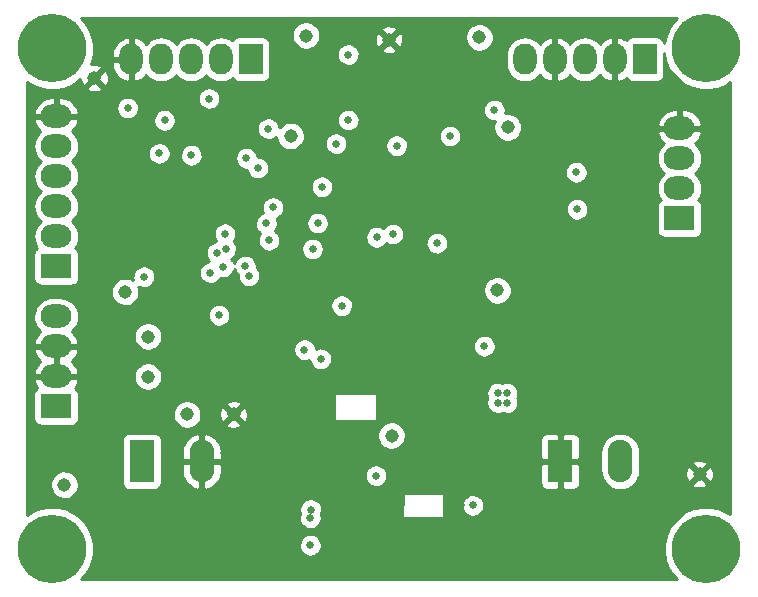
<source format=gbr>
G04 #@! TF.FileFunction,Copper,L2,Inr,Plane*
%FSLAX46Y46*%
G04 Gerber Fmt 4.6, Leading zero omitted, Abs format (unit mm)*
G04 Created by KiCad (PCBNEW 4.0.6) date 04/19/17 14:22:56*
%MOMM*%
%LPD*%
G01*
G04 APERTURE LIST*
%ADD10C,0.100000*%
%ADD11R,2.600000X2.000000*%
%ADD12O,2.600000X2.000000*%
%ADD13C,1.143000*%
%ADD14C,5.800000*%
%ADD15C,0.500000*%
%ADD16R,2.000000X2.600000*%
%ADD17O,2.000000X2.600000*%
%ADD18R,2.100000X3.600000*%
%ADD19O,2.100000X3.600000*%
%ADD20C,0.650000*%
%ADD21C,0.254000*%
G04 APERTURE END LIST*
D10*
D11*
X193600000Y-70590000D03*
D12*
X193600000Y-68050000D03*
X193600000Y-65510000D03*
X193600000Y-62970000D03*
D13*
X179057300Y-62890400D03*
X161975800Y-55118000D03*
D14*
X140500000Y-98550000D03*
D15*
X140500000Y-96264000D03*
X138214000Y-98550000D03*
X142100000Y-96950000D03*
X142786000Y-98550000D03*
X138900000Y-96950000D03*
X138900000Y-100150000D03*
X140500000Y-100836000D03*
X142100000Y-100150000D03*
D14*
X140500000Y-56200000D03*
D15*
X140500000Y-53914000D03*
X138214000Y-56200000D03*
X142100000Y-54600000D03*
X142786000Y-56200000D03*
X138900000Y-54600000D03*
X138900000Y-57800000D03*
X140500000Y-58486000D03*
X142100000Y-57800000D03*
D14*
X195830000Y-98550000D03*
D15*
X195830000Y-96264000D03*
X193544000Y-98550000D03*
X197430000Y-96950000D03*
X198116000Y-98550000D03*
X194230000Y-96950000D03*
X194230000Y-100150000D03*
X195830000Y-100836000D03*
X197430000Y-100150000D03*
D16*
X190677800Y-57124600D03*
D17*
X188137800Y-57124600D03*
X185597800Y-57124600D03*
X183057800Y-57124600D03*
X180517800Y-57124600D03*
D18*
X148070000Y-91180000D03*
D19*
X153150000Y-91180000D03*
D16*
X157325000Y-57124600D03*
D17*
X154785000Y-57124600D03*
X152245000Y-57124600D03*
X149705000Y-57124600D03*
X147165000Y-57124600D03*
D13*
X176657000Y-55270400D03*
X160675000Y-63625000D03*
X178180000Y-76690000D03*
X155850000Y-87200000D03*
X195300000Y-92250000D03*
X144070000Y-58720000D03*
X169000000Y-55475000D03*
X151910000Y-87200000D03*
X169230000Y-88990000D03*
X141525000Y-93150000D03*
X146660000Y-76820000D03*
X148600000Y-80600000D03*
X148600000Y-84000000D03*
D11*
X140820000Y-86520000D03*
D12*
X140820000Y-83980000D03*
X140820000Y-81440000D03*
X140820000Y-78900000D03*
D18*
X183500000Y-91180000D03*
D19*
X188580000Y-91180000D03*
D14*
X195830000Y-56200000D03*
D15*
X195830000Y-53914000D03*
X193544000Y-56200000D03*
X197430000Y-54600000D03*
X198116000Y-56200000D03*
X194230000Y-54600000D03*
X194230000Y-57800000D03*
X195830000Y-58486000D03*
X197430000Y-57800000D03*
D11*
X140830000Y-74650000D03*
D12*
X140830000Y-72110000D03*
X140830000Y-69570000D03*
X140830000Y-67030000D03*
X140830000Y-64490000D03*
X140830000Y-61950000D03*
D20*
X163120000Y-99880000D03*
X168960000Y-97400000D03*
X169925000Y-75025000D03*
X149610000Y-75220000D03*
X170925000Y-64550000D03*
X180500000Y-92500000D03*
X180500000Y-93500000D03*
X181500000Y-93500000D03*
X181500000Y-92500000D03*
X181500000Y-90500000D03*
X180500000Y-90500000D03*
X180500000Y-91500000D03*
X181500000Y-91500000D03*
X155000000Y-90500000D03*
X156000000Y-90500000D03*
X156000000Y-91500000D03*
X156000000Y-92500000D03*
X156000000Y-93500000D03*
X155000000Y-93500000D03*
X155000000Y-92500000D03*
X155000000Y-91500000D03*
X152500000Y-97500000D03*
X153500000Y-97500000D03*
X154500000Y-97500000D03*
X155500000Y-97500000D03*
X155500000Y-96500000D03*
X154500000Y-96500000D03*
X153500000Y-96500000D03*
X152500000Y-96500000D03*
X153385000Y-82715000D03*
X153460000Y-65240000D03*
X153084700Y-70125180D03*
X152184700Y-71025180D03*
X153084700Y-71025180D03*
X152184700Y-70125180D03*
X152621743Y-73103257D03*
X148500000Y-66200000D03*
X148500000Y-66925000D03*
X148500000Y-67650000D03*
X175050000Y-62725000D03*
X177650000Y-60200000D03*
X174100000Y-75525000D03*
X154584308Y-68147940D03*
X177358721Y-82764454D03*
X175100000Y-94850000D03*
X173425000Y-84325000D03*
X175850000Y-86900000D03*
X164787000Y-93184240D03*
X165687000Y-93184240D03*
X165687000Y-92284240D03*
X164787000Y-92284240D03*
X182700000Y-83250000D03*
X162000000Y-64650000D03*
X163709200Y-62950020D03*
X151875000Y-73150000D03*
X145250000Y-71875000D03*
X145250000Y-70575000D03*
X155850000Y-83100000D03*
X187960000Y-63182500D03*
X187960000Y-62420500D03*
X187960000Y-61658500D03*
X186258200Y-54610000D03*
X161778800Y-75618400D03*
X184567880Y-72314220D03*
X168357400Y-64493200D03*
X177730000Y-58702000D03*
X174301000Y-56009600D03*
X160661200Y-60200600D03*
X160610400Y-58702000D03*
X163633000Y-56035000D03*
X182002480Y-69164620D03*
X162350000Y-98275000D03*
X177925000Y-61425000D03*
X162350000Y-95950000D03*
X162375000Y-95250000D03*
X167900000Y-92375000D03*
X158848245Y-72454010D03*
X156940000Y-65510000D03*
X157903409Y-66337990D03*
X154610000Y-78800000D03*
X169650000Y-64450000D03*
X179000000Y-85400000D03*
X179000000Y-86200000D03*
X178200000Y-86200000D03*
X178200000Y-85400000D03*
X177075000Y-81425000D03*
X184859920Y-66702720D03*
X173056400Y-72697400D03*
X184923480Y-69825020D03*
X148250000Y-75530000D03*
X149550000Y-65100000D03*
X153880000Y-75190000D03*
X157147613Y-75461684D03*
X152275000Y-65250000D03*
X174175000Y-63625000D03*
X164515800Y-64262000D03*
X163325000Y-67925000D03*
X158775000Y-63000000D03*
X153775000Y-60450000D03*
X161850000Y-81720000D03*
X163230000Y-82490000D03*
X159175000Y-69675000D03*
X176100000Y-94900000D03*
X165000000Y-78000000D03*
X154437768Y-73498901D03*
X169350000Y-71910000D03*
X155175831Y-73180000D03*
X162530000Y-73180000D03*
X155119299Y-71900701D03*
X167950000Y-72200000D03*
X158625000Y-71025000D03*
X146875000Y-61250000D03*
X165550000Y-56725000D03*
X150000000Y-62300000D03*
X165550000Y-62275000D03*
X156850000Y-74620000D03*
X154990000Y-74700000D03*
X162960000Y-71000000D03*
D21*
G36*
X193108930Y-53916752D02*
X192717268Y-54488761D01*
X192444168Y-55125951D01*
X192310359Y-55755470D01*
X192307808Y-55723479D01*
X192254694Y-55551966D01*
X192155900Y-55402041D01*
X192019250Y-55285575D01*
X191855563Y-55211790D01*
X191677800Y-55186528D01*
X189677800Y-55186528D01*
X189576679Y-55194592D01*
X189405166Y-55247706D01*
X189255241Y-55346500D01*
X189138775Y-55483150D01*
X189121672Y-55521092D01*
X188940561Y-55394590D01*
X188646155Y-55265456D01*
X188518234Y-55234476D01*
X188264800Y-55353823D01*
X188264800Y-56997600D01*
X188284800Y-56997600D01*
X188284800Y-57251600D01*
X188264800Y-57251600D01*
X188264800Y-58895377D01*
X188518234Y-59014724D01*
X188646155Y-58983744D01*
X188940561Y-58854610D01*
X189121383Y-58728310D01*
X189199700Y-58847159D01*
X189336350Y-58963625D01*
X189500037Y-59037410D01*
X189677800Y-59062672D01*
X191677800Y-59062672D01*
X191778921Y-59054608D01*
X191950434Y-59001494D01*
X192100359Y-58902700D01*
X192216825Y-58766050D01*
X192290610Y-58602363D01*
X192315872Y-58424600D01*
X192315872Y-56636270D01*
X192415498Y-57179093D01*
X192670701Y-57823659D01*
X193046239Y-58406382D01*
X193527811Y-58905063D01*
X194097072Y-59300710D01*
X194732339Y-59578252D01*
X195409417Y-59727117D01*
X196102514Y-59741635D01*
X196785231Y-59621254D01*
X197431564Y-59370558D01*
X197873000Y-59090414D01*
X197873000Y-95663858D01*
X197519467Y-95425397D01*
X196880386Y-95156752D01*
X196201296Y-95017355D01*
X195508064Y-95012515D01*
X194827094Y-95142417D01*
X194184324Y-95402113D01*
X193604238Y-95781710D01*
X193108930Y-96266752D01*
X192717268Y-96838761D01*
X192444168Y-97475951D01*
X192300033Y-98154051D01*
X192290354Y-98847232D01*
X192415498Y-99529093D01*
X192670701Y-100173659D01*
X193046239Y-100756382D01*
X193368411Y-101090000D01*
X142958971Y-101090000D01*
X143188925Y-100871018D01*
X143588536Y-100304533D01*
X143870506Y-99671218D01*
X144024095Y-98995197D01*
X144033023Y-98355719D01*
X161388738Y-98355719D01*
X161422724Y-98540892D01*
X161492029Y-98715937D01*
X161594014Y-98874187D01*
X161724794Y-99009614D01*
X161879389Y-99117060D01*
X162051908Y-99192432D01*
X162235782Y-99232859D01*
X162424007Y-99236802D01*
X162609412Y-99204110D01*
X162784937Y-99136028D01*
X162943895Y-99035151D01*
X163080231Y-98905319D01*
X163188754Y-98751479D01*
X163265329Y-98579489D01*
X163307038Y-98395902D01*
X163310041Y-98180867D01*
X163273473Y-97996187D01*
X163201731Y-97822127D01*
X163097546Y-97665316D01*
X162964888Y-97531728D01*
X162808809Y-97426451D01*
X162635253Y-97353496D01*
X162450833Y-97315639D01*
X162262572Y-97314325D01*
X162077641Y-97349603D01*
X161903084Y-97420128D01*
X161745550Y-97523216D01*
X161611039Y-97654938D01*
X161504675Y-97810279D01*
X161430509Y-97983320D01*
X161391367Y-98167472D01*
X161388738Y-98355719D01*
X144033023Y-98355719D01*
X144035151Y-98203375D01*
X143900498Y-97523329D01*
X143636322Y-96882388D01*
X143252683Y-96304966D01*
X142980344Y-96030719D01*
X161388738Y-96030719D01*
X161422724Y-96215892D01*
X161492029Y-96390937D01*
X161594014Y-96549187D01*
X161724794Y-96684614D01*
X161879389Y-96792060D01*
X162051908Y-96867432D01*
X162235782Y-96907859D01*
X162424007Y-96911802D01*
X162609412Y-96879110D01*
X162784937Y-96811028D01*
X162943895Y-96710151D01*
X163080231Y-96580319D01*
X163188754Y-96426479D01*
X163265329Y-96254489D01*
X163307038Y-96070902D01*
X163310041Y-95855867D01*
X163308525Y-95848208D01*
X170146561Y-95848208D01*
X170155233Y-95896159D01*
X170182513Y-95938553D01*
X170224138Y-95966994D01*
X170273548Y-95977000D01*
X173525000Y-95977000D01*
X173569486Y-95968954D01*
X173612260Y-95942275D01*
X173641286Y-95901056D01*
X173651987Y-95851792D01*
X173664275Y-94980719D01*
X175138738Y-94980719D01*
X175172724Y-95165892D01*
X175242029Y-95340937D01*
X175344014Y-95499187D01*
X175474794Y-95634614D01*
X175629389Y-95742060D01*
X175801908Y-95817432D01*
X175985782Y-95857859D01*
X176174007Y-95861802D01*
X176359412Y-95829110D01*
X176534937Y-95761028D01*
X176693895Y-95660151D01*
X176830231Y-95530319D01*
X176938754Y-95376479D01*
X177015329Y-95204489D01*
X177057038Y-95020902D01*
X177060041Y-94805867D01*
X177023473Y-94621187D01*
X176951731Y-94447127D01*
X176847546Y-94290316D01*
X176714888Y-94156728D01*
X176558809Y-94051451D01*
X176385253Y-93978496D01*
X176200833Y-93940639D01*
X176012572Y-93939325D01*
X175827641Y-93974603D01*
X175653084Y-94045128D01*
X175495550Y-94148216D01*
X175361039Y-94279938D01*
X175254675Y-94435279D01*
X175180509Y-94608320D01*
X175141367Y-94792472D01*
X175138738Y-94980719D01*
X173664275Y-94980719D01*
X173678439Y-93976792D01*
X173669767Y-93928841D01*
X173642487Y-93886447D01*
X173600862Y-93858006D01*
X173551452Y-93848000D01*
X170300000Y-93848000D01*
X170255514Y-93856046D01*
X170212740Y-93882725D01*
X170183714Y-93923944D01*
X170173013Y-93973208D01*
X170146561Y-95848208D01*
X163308525Y-95848208D01*
X163273473Y-95671187D01*
X163256599Y-95630248D01*
X163290329Y-95554489D01*
X163332038Y-95370902D01*
X163335041Y-95155867D01*
X163298473Y-94971187D01*
X163226731Y-94797127D01*
X163122546Y-94640316D01*
X162989888Y-94506728D01*
X162833809Y-94401451D01*
X162660253Y-94328496D01*
X162475833Y-94290639D01*
X162287572Y-94289325D01*
X162102641Y-94324603D01*
X161928084Y-94395128D01*
X161770550Y-94498216D01*
X161636039Y-94629938D01*
X161529675Y-94785279D01*
X161455509Y-94958320D01*
X161416367Y-95142472D01*
X161413738Y-95330719D01*
X161447724Y-95515892D01*
X161468771Y-95569050D01*
X161430509Y-95658320D01*
X161391367Y-95842472D01*
X161388738Y-96030719D01*
X142980344Y-96030719D01*
X142764196Y-95813057D01*
X142189467Y-95425397D01*
X141550386Y-95156752D01*
X140871296Y-95017355D01*
X140178064Y-95012515D01*
X139497094Y-95142417D01*
X138854324Y-95402113D01*
X138377000Y-95714465D01*
X138377000Y-93251446D01*
X140316914Y-93251446D01*
X140359626Y-93484166D01*
X140446727Y-93704157D01*
X140574899Y-93903041D01*
X140739260Y-94073242D01*
X140933549Y-94208277D01*
X141150367Y-94303002D01*
X141381454Y-94353810D01*
X141618009Y-94358765D01*
X141851022Y-94317679D01*
X142071616Y-94232116D01*
X142271390Y-94105335D01*
X142442734Y-93942167D01*
X142579122Y-93748824D01*
X142675358Y-93532673D01*
X142727778Y-93301946D01*
X142731552Y-93031697D01*
X142685595Y-92799596D01*
X142595431Y-92580842D01*
X142464495Y-92383767D01*
X142297773Y-92215878D01*
X142101617Y-92083569D01*
X141883498Y-91991880D01*
X141651724Y-91944303D01*
X141415123Y-91942651D01*
X141182707Y-91986987D01*
X140963329Y-92075622D01*
X140765344Y-92205179D01*
X140596295Y-92370724D01*
X140462620Y-92565952D01*
X140369411Y-92783425D01*
X140320217Y-93014862D01*
X140316914Y-93251446D01*
X138377000Y-93251446D01*
X138377000Y-89380000D01*
X146381928Y-89380000D01*
X146381928Y-92980000D01*
X146389992Y-93081121D01*
X146443106Y-93252634D01*
X146541900Y-93402559D01*
X146678550Y-93519025D01*
X146842237Y-93592810D01*
X147020000Y-93618072D01*
X149120000Y-93618072D01*
X149221121Y-93610008D01*
X149392634Y-93556894D01*
X149542559Y-93458100D01*
X149659025Y-93321450D01*
X149732810Y-93157763D01*
X149758072Y-92980000D01*
X149758072Y-91307000D01*
X151465000Y-91307000D01*
X151465000Y-92057000D01*
X151522153Y-92383287D01*
X151641864Y-92692154D01*
X151819531Y-92971732D01*
X152048327Y-93211277D01*
X152319460Y-93401583D01*
X152622510Y-93535337D01*
X152761721Y-93569654D01*
X153023000Y-93450957D01*
X153023000Y-91307000D01*
X153277000Y-91307000D01*
X153277000Y-93450957D01*
X153538279Y-93569654D01*
X153677490Y-93535337D01*
X153980540Y-93401583D01*
X154251673Y-93211277D01*
X154480469Y-92971732D01*
X154658136Y-92692154D01*
X154749773Y-92455719D01*
X166938738Y-92455719D01*
X166972724Y-92640892D01*
X167042029Y-92815937D01*
X167144014Y-92974187D01*
X167274794Y-93109614D01*
X167429389Y-93217060D01*
X167601908Y-93292432D01*
X167785782Y-93332859D01*
X167974007Y-93336802D01*
X168159412Y-93304110D01*
X168334937Y-93236028D01*
X168493895Y-93135151D01*
X168630231Y-93005319D01*
X168738754Y-92851479D01*
X168815329Y-92679489D01*
X168857038Y-92495902D01*
X168860041Y-92280867D01*
X168823473Y-92096187D01*
X168751731Y-91922127D01*
X168647546Y-91765316D01*
X168514888Y-91631728D01*
X168358809Y-91526451D01*
X168214405Y-91465750D01*
X181815000Y-91465750D01*
X181815000Y-93042542D01*
X181839403Y-93165223D01*
X181887270Y-93280785D01*
X181956763Y-93384789D01*
X182045211Y-93473237D01*
X182149215Y-93542730D01*
X182264777Y-93590597D01*
X182387458Y-93615000D01*
X183214250Y-93615000D01*
X183373000Y-93456250D01*
X183373000Y-91307000D01*
X183627000Y-91307000D01*
X183627000Y-93456250D01*
X183785750Y-93615000D01*
X184612542Y-93615000D01*
X184735223Y-93590597D01*
X184850785Y-93542730D01*
X184954789Y-93473237D01*
X185043237Y-93384789D01*
X185112730Y-93280785D01*
X185160597Y-93165223D01*
X185185000Y-93042542D01*
X185185000Y-91465750D01*
X185026250Y-91307000D01*
X183627000Y-91307000D01*
X183373000Y-91307000D01*
X181973750Y-91307000D01*
X181815000Y-91465750D01*
X168214405Y-91465750D01*
X168185253Y-91453496D01*
X168000833Y-91415639D01*
X167812572Y-91414325D01*
X167627641Y-91449603D01*
X167453084Y-91520128D01*
X167295550Y-91623216D01*
X167161039Y-91754938D01*
X167054675Y-91910279D01*
X166980509Y-92083320D01*
X166941367Y-92267472D01*
X166938738Y-92455719D01*
X154749773Y-92455719D01*
X154777847Y-92383287D01*
X154835000Y-92057000D01*
X154835000Y-91307000D01*
X153277000Y-91307000D01*
X153023000Y-91307000D01*
X151465000Y-91307000D01*
X149758072Y-91307000D01*
X149758072Y-90303000D01*
X151465000Y-90303000D01*
X151465000Y-91053000D01*
X153023000Y-91053000D01*
X153023000Y-88909043D01*
X153277000Y-88909043D01*
X153277000Y-91053000D01*
X154835000Y-91053000D01*
X154835000Y-90303000D01*
X154777847Y-89976713D01*
X154658136Y-89667846D01*
X154480469Y-89388268D01*
X154251673Y-89148723D01*
X154170070Y-89091446D01*
X168021914Y-89091446D01*
X168064626Y-89324166D01*
X168151727Y-89544157D01*
X168279899Y-89743041D01*
X168444260Y-89913242D01*
X168638549Y-90048277D01*
X168855367Y-90143002D01*
X169086454Y-90193810D01*
X169323009Y-90198765D01*
X169556022Y-90157679D01*
X169776616Y-90072116D01*
X169976390Y-89945335D01*
X170147734Y-89782167D01*
X170284122Y-89588824D01*
X170380358Y-89372673D01*
X170392902Y-89317458D01*
X181815000Y-89317458D01*
X181815000Y-90894250D01*
X181973750Y-91053000D01*
X183373000Y-91053000D01*
X183373000Y-88903750D01*
X183627000Y-88903750D01*
X183627000Y-91053000D01*
X185026250Y-91053000D01*
X185185000Y-90894250D01*
X185185000Y-90418218D01*
X186895000Y-90418218D01*
X186895000Y-91941782D01*
X186927091Y-92269067D01*
X187022140Y-92583886D01*
X187176528Y-92874247D01*
X187384373Y-93129091D01*
X187637760Y-93338710D01*
X187927036Y-93495121D01*
X188241184Y-93592366D01*
X188568237Y-93626741D01*
X188895738Y-93596936D01*
X189211212Y-93504087D01*
X189502644Y-93351730D01*
X189758933Y-93145668D01*
X189814563Y-93079370D01*
X194650235Y-93079370D01*
X194694071Y-93300054D01*
X194910569Y-93398088D01*
X195142033Y-93452002D01*
X195379567Y-93459723D01*
X195614043Y-93420956D01*
X195836451Y-93337189D01*
X195905929Y-93300054D01*
X195949765Y-93079370D01*
X195300000Y-92429605D01*
X194650235Y-93079370D01*
X189814563Y-93079370D01*
X189970316Y-92893751D01*
X190128743Y-92605574D01*
X190216297Y-92329567D01*
X194090277Y-92329567D01*
X194129044Y-92564043D01*
X194212811Y-92786451D01*
X194249946Y-92855929D01*
X194470630Y-92899765D01*
X195120395Y-92250000D01*
X195479605Y-92250000D01*
X196129370Y-92899765D01*
X196350054Y-92855929D01*
X196448088Y-92639431D01*
X196502002Y-92407967D01*
X196509723Y-92170433D01*
X196470956Y-91935957D01*
X196387189Y-91713549D01*
X196350054Y-91644071D01*
X196129370Y-91600235D01*
X195479605Y-92250000D01*
X195120395Y-92250000D01*
X194470630Y-91600235D01*
X194249946Y-91644071D01*
X194151912Y-91860569D01*
X194097998Y-92092033D01*
X194090277Y-92329567D01*
X190216297Y-92329567D01*
X190228179Y-92292113D01*
X190264836Y-91965308D01*
X190265000Y-91941782D01*
X190265000Y-91420630D01*
X194650235Y-91420630D01*
X195300000Y-92070395D01*
X195949765Y-91420630D01*
X195905929Y-91199946D01*
X195689431Y-91101912D01*
X195457967Y-91047998D01*
X195220433Y-91040277D01*
X194985957Y-91079044D01*
X194763549Y-91162811D01*
X194694071Y-91199946D01*
X194650235Y-91420630D01*
X190265000Y-91420630D01*
X190265000Y-90418218D01*
X190232909Y-90090933D01*
X190137860Y-89776114D01*
X189983472Y-89485753D01*
X189775627Y-89230909D01*
X189522240Y-89021290D01*
X189232964Y-88864879D01*
X188918816Y-88767634D01*
X188591763Y-88733259D01*
X188264262Y-88763064D01*
X187948788Y-88855913D01*
X187657356Y-89008270D01*
X187401067Y-89214332D01*
X187189684Y-89466249D01*
X187031257Y-89754426D01*
X186931821Y-90067887D01*
X186895164Y-90394692D01*
X186895000Y-90418218D01*
X185185000Y-90418218D01*
X185185000Y-89317458D01*
X185160597Y-89194777D01*
X185112730Y-89079215D01*
X185043237Y-88975211D01*
X184954789Y-88886763D01*
X184850785Y-88817270D01*
X184735223Y-88769403D01*
X184612542Y-88745000D01*
X183785750Y-88745000D01*
X183627000Y-88903750D01*
X183373000Y-88903750D01*
X183214250Y-88745000D01*
X182387458Y-88745000D01*
X182264777Y-88769403D01*
X182149215Y-88817270D01*
X182045211Y-88886763D01*
X181956763Y-88975211D01*
X181887270Y-89079215D01*
X181839403Y-89194777D01*
X181815000Y-89317458D01*
X170392902Y-89317458D01*
X170432778Y-89141946D01*
X170436552Y-88871697D01*
X170390595Y-88639596D01*
X170300431Y-88420842D01*
X170169495Y-88223767D01*
X170002773Y-88055878D01*
X169806617Y-87923569D01*
X169588498Y-87831880D01*
X169356724Y-87784303D01*
X169120123Y-87782651D01*
X168887707Y-87826987D01*
X168668329Y-87915622D01*
X168470344Y-88045179D01*
X168301295Y-88210724D01*
X168167620Y-88405952D01*
X168074411Y-88623425D01*
X168025217Y-88854862D01*
X168021914Y-89091446D01*
X154170070Y-89091446D01*
X153980540Y-88958417D01*
X153677490Y-88824663D01*
X153538279Y-88790346D01*
X153277000Y-88909043D01*
X153023000Y-88909043D01*
X152761721Y-88790346D01*
X152622510Y-88824663D01*
X152319460Y-88958417D01*
X152048327Y-89148723D01*
X151819531Y-89388268D01*
X151641864Y-89667846D01*
X151522153Y-89976713D01*
X151465000Y-90303000D01*
X149758072Y-90303000D01*
X149758072Y-89380000D01*
X149750008Y-89278879D01*
X149696894Y-89107366D01*
X149598100Y-88957441D01*
X149461450Y-88840975D01*
X149297763Y-88767190D01*
X149120000Y-88741928D01*
X147020000Y-88741928D01*
X146918879Y-88749992D01*
X146747366Y-88803106D01*
X146597441Y-88901900D01*
X146480975Y-89038550D01*
X146407190Y-89202237D01*
X146381928Y-89380000D01*
X138377000Y-89380000D01*
X138377000Y-85520000D01*
X138881928Y-85520000D01*
X138881928Y-87520000D01*
X138889992Y-87621121D01*
X138943106Y-87792634D01*
X139041900Y-87942559D01*
X139178550Y-88059025D01*
X139342237Y-88132810D01*
X139520000Y-88158072D01*
X142120000Y-88158072D01*
X142221121Y-88150008D01*
X142392634Y-88096894D01*
X142542559Y-87998100D01*
X142659025Y-87861450D01*
X142732810Y-87697763D01*
X142758072Y-87520000D01*
X142758072Y-87301446D01*
X150701914Y-87301446D01*
X150744626Y-87534166D01*
X150831727Y-87754157D01*
X150959899Y-87953041D01*
X151124260Y-88123242D01*
X151318549Y-88258277D01*
X151535367Y-88353002D01*
X151766454Y-88403810D01*
X152003009Y-88408765D01*
X152236022Y-88367679D01*
X152456616Y-88282116D01*
X152656390Y-88155335D01*
X152788666Y-88029370D01*
X155200235Y-88029370D01*
X155244071Y-88250054D01*
X155460569Y-88348088D01*
X155692033Y-88402002D01*
X155929567Y-88409723D01*
X156164043Y-88370956D01*
X156386451Y-88287189D01*
X156455929Y-88250054D01*
X156499765Y-88029370D01*
X155850000Y-87379605D01*
X155200235Y-88029370D01*
X152788666Y-88029370D01*
X152827734Y-87992167D01*
X152964122Y-87798824D01*
X153060358Y-87582673D01*
X153112778Y-87351946D01*
X153113788Y-87279567D01*
X154640277Y-87279567D01*
X154679044Y-87514043D01*
X154762811Y-87736451D01*
X154799946Y-87805929D01*
X155020630Y-87849765D01*
X155670395Y-87200000D01*
X156029605Y-87200000D01*
X156679370Y-87849765D01*
X156900054Y-87805929D01*
X156998088Y-87589431D01*
X157052002Y-87357967D01*
X157059723Y-87120433D01*
X157020956Y-86885957D01*
X156937189Y-86663549D01*
X156900054Y-86594071D01*
X156679370Y-86550235D01*
X156029605Y-87200000D01*
X155670395Y-87200000D01*
X155020630Y-86550235D01*
X154799946Y-86594071D01*
X154701912Y-86810569D01*
X154647998Y-87042033D01*
X154640277Y-87279567D01*
X153113788Y-87279567D01*
X153116552Y-87081697D01*
X153070595Y-86849596D01*
X152980431Y-86630842D01*
X152849495Y-86433767D01*
X152786797Y-86370630D01*
X155200235Y-86370630D01*
X155850000Y-87020395D01*
X156499765Y-86370630D01*
X156455929Y-86149946D01*
X156239431Y-86051912D01*
X156007967Y-85997998D01*
X155770433Y-85990277D01*
X155535957Y-86029044D01*
X155313549Y-86112811D01*
X155244071Y-86149946D01*
X155200235Y-86370630D01*
X152786797Y-86370630D01*
X152682773Y-86265878D01*
X152486617Y-86133569D01*
X152268498Y-86041880D01*
X152036724Y-85994303D01*
X151800123Y-85992651D01*
X151567707Y-86036987D01*
X151348329Y-86125622D01*
X151150344Y-86255179D01*
X150981295Y-86420724D01*
X150847620Y-86615952D01*
X150754411Y-86833425D01*
X150705217Y-87064862D01*
X150701914Y-87301446D01*
X142758072Y-87301446D01*
X142758072Y-85520000D01*
X142754484Y-85475000D01*
X164373000Y-85475000D01*
X164373000Y-87650000D01*
X164381685Y-87696159D01*
X164408965Y-87738553D01*
X164450590Y-87766994D01*
X164500000Y-87777000D01*
X167900000Y-87777000D01*
X167946159Y-87768315D01*
X167988553Y-87741035D01*
X168016994Y-87699410D01*
X168027000Y-87650000D01*
X168027000Y-85480719D01*
X177238738Y-85480719D01*
X177272724Y-85665892D01*
X177326356Y-85801352D01*
X177280509Y-85908320D01*
X177241367Y-86092472D01*
X177238738Y-86280719D01*
X177272724Y-86465892D01*
X177342029Y-86640937D01*
X177444014Y-86799187D01*
X177574794Y-86934614D01*
X177729389Y-87042060D01*
X177901908Y-87117432D01*
X178085782Y-87157859D01*
X178274007Y-87161802D01*
X178459412Y-87129110D01*
X178602025Y-87073794D01*
X178701908Y-87117432D01*
X178885782Y-87157859D01*
X179074007Y-87161802D01*
X179259412Y-87129110D01*
X179434937Y-87061028D01*
X179593895Y-86960151D01*
X179730231Y-86830319D01*
X179838754Y-86676479D01*
X179915329Y-86504489D01*
X179957038Y-86320902D01*
X179960041Y-86105867D01*
X179923473Y-85921187D01*
X179873178Y-85799162D01*
X179915329Y-85704489D01*
X179957038Y-85520902D01*
X179960041Y-85305867D01*
X179923473Y-85121187D01*
X179851731Y-84947127D01*
X179747546Y-84790316D01*
X179614888Y-84656728D01*
X179458809Y-84551451D01*
X179285253Y-84478496D01*
X179100833Y-84440639D01*
X178912572Y-84439325D01*
X178727641Y-84474603D01*
X178599324Y-84526446D01*
X178485253Y-84478496D01*
X178300833Y-84440639D01*
X178112572Y-84439325D01*
X177927641Y-84474603D01*
X177753084Y-84545128D01*
X177595550Y-84648216D01*
X177461039Y-84779938D01*
X177354675Y-84935279D01*
X177280509Y-85108320D01*
X177241367Y-85292472D01*
X177238738Y-85480719D01*
X168027000Y-85480719D01*
X168027000Y-85475000D01*
X168018315Y-85428841D01*
X167991035Y-85386447D01*
X167949410Y-85358006D01*
X167900000Y-85348000D01*
X164500000Y-85348000D01*
X164453841Y-85356685D01*
X164411447Y-85383965D01*
X164383006Y-85425590D01*
X164373000Y-85475000D01*
X142754484Y-85475000D01*
X142750008Y-85418879D01*
X142696894Y-85247366D01*
X142598100Y-85097441D01*
X142461450Y-84980975D01*
X142423508Y-84963872D01*
X142550010Y-84782761D01*
X142679144Y-84488355D01*
X142710124Y-84360434D01*
X142590777Y-84107000D01*
X140947000Y-84107000D01*
X140947000Y-84127000D01*
X140693000Y-84127000D01*
X140693000Y-84107000D01*
X139049223Y-84107000D01*
X138929876Y-84360434D01*
X138960856Y-84488355D01*
X139089990Y-84782761D01*
X139216290Y-84963583D01*
X139097441Y-85041900D01*
X138980975Y-85178550D01*
X138907190Y-85342237D01*
X138881928Y-85520000D01*
X138377000Y-85520000D01*
X138377000Y-84101446D01*
X147391914Y-84101446D01*
X147434626Y-84334166D01*
X147521727Y-84554157D01*
X147649899Y-84753041D01*
X147814260Y-84923242D01*
X148008549Y-85058277D01*
X148225367Y-85153002D01*
X148456454Y-85203810D01*
X148693009Y-85208765D01*
X148926022Y-85167679D01*
X149146616Y-85082116D01*
X149346390Y-84955335D01*
X149517734Y-84792167D01*
X149654122Y-84598824D01*
X149750358Y-84382673D01*
X149802778Y-84151946D01*
X149806552Y-83881697D01*
X149760595Y-83649596D01*
X149670431Y-83430842D01*
X149539495Y-83233767D01*
X149372773Y-83065878D01*
X149176617Y-82933569D01*
X148958498Y-82841880D01*
X148726724Y-82794303D01*
X148490123Y-82792651D01*
X148257707Y-82836987D01*
X148038329Y-82925622D01*
X147840344Y-83055179D01*
X147671295Y-83220724D01*
X147537620Y-83415952D01*
X147444411Y-83633425D01*
X147395217Y-83864862D01*
X147391914Y-84101446D01*
X138377000Y-84101446D01*
X138377000Y-81820434D01*
X138929876Y-81820434D01*
X138960856Y-81948355D01*
X139089990Y-82242761D01*
X139274078Y-82506317D01*
X139486354Y-82710000D01*
X139274078Y-82913683D01*
X139089990Y-83177239D01*
X138960856Y-83471645D01*
X138929876Y-83599566D01*
X139049223Y-83853000D01*
X140693000Y-83853000D01*
X140693000Y-81567000D01*
X140947000Y-81567000D01*
X140947000Y-83853000D01*
X142590777Y-83853000D01*
X142710124Y-83599566D01*
X142679144Y-83471645D01*
X142550010Y-83177239D01*
X142365922Y-82913683D01*
X142153646Y-82710000D01*
X142365922Y-82506317D01*
X142550010Y-82242761D01*
X142679144Y-81948355D01*
X142710124Y-81820434D01*
X142590777Y-81567000D01*
X140947000Y-81567000D01*
X140693000Y-81567000D01*
X139049223Y-81567000D01*
X138929876Y-81820434D01*
X138377000Y-81820434D01*
X138377000Y-78888586D01*
X138875677Y-78888586D01*
X138904597Y-79206368D01*
X138994691Y-79512482D01*
X139142527Y-79795266D01*
X139342474Y-80043950D01*
X139489312Y-80167162D01*
X139274078Y-80373683D01*
X139089990Y-80637239D01*
X138960856Y-80931645D01*
X138929876Y-81059566D01*
X139049223Y-81313000D01*
X140693000Y-81313000D01*
X140693000Y-81293000D01*
X140947000Y-81293000D01*
X140947000Y-81313000D01*
X142590777Y-81313000D01*
X142710124Y-81059566D01*
X142679144Y-80931645D01*
X142578173Y-80701446D01*
X147391914Y-80701446D01*
X147434626Y-80934166D01*
X147521727Y-81154157D01*
X147649899Y-81353041D01*
X147814260Y-81523242D01*
X148008549Y-81658277D01*
X148225367Y-81753002D01*
X148456454Y-81803810D01*
X148693009Y-81808765D01*
X148738640Y-81800719D01*
X160888738Y-81800719D01*
X160922724Y-81985892D01*
X160992029Y-82160937D01*
X161094014Y-82319187D01*
X161224794Y-82454614D01*
X161379389Y-82562060D01*
X161551908Y-82637432D01*
X161735782Y-82677859D01*
X161924007Y-82681802D01*
X162109412Y-82649110D01*
X162271581Y-82586209D01*
X162302724Y-82755892D01*
X162372029Y-82930937D01*
X162474014Y-83089187D01*
X162604794Y-83224614D01*
X162759389Y-83332060D01*
X162931908Y-83407432D01*
X163115782Y-83447859D01*
X163304007Y-83451802D01*
X163489412Y-83419110D01*
X163664937Y-83351028D01*
X163823895Y-83250151D01*
X163960231Y-83120319D01*
X164068754Y-82966479D01*
X164145329Y-82794489D01*
X164187038Y-82610902D01*
X164190041Y-82395867D01*
X164153473Y-82211187D01*
X164081731Y-82037127D01*
X163977546Y-81880316D01*
X163844888Y-81746728D01*
X163688809Y-81641451D01*
X163515253Y-81568496D01*
X163330833Y-81530639D01*
X163142572Y-81529325D01*
X162957641Y-81564603D01*
X162809742Y-81624358D01*
X162786251Y-81505719D01*
X176113738Y-81505719D01*
X176147724Y-81690892D01*
X176217029Y-81865937D01*
X176319014Y-82024187D01*
X176449794Y-82159614D01*
X176604389Y-82267060D01*
X176776908Y-82342432D01*
X176960782Y-82382859D01*
X177149007Y-82386802D01*
X177334412Y-82354110D01*
X177509937Y-82286028D01*
X177668895Y-82185151D01*
X177805231Y-82055319D01*
X177913754Y-81901479D01*
X177990329Y-81729489D01*
X178032038Y-81545902D01*
X178035041Y-81330867D01*
X177998473Y-81146187D01*
X177926731Y-80972127D01*
X177822546Y-80815316D01*
X177689888Y-80681728D01*
X177533809Y-80576451D01*
X177360253Y-80503496D01*
X177175833Y-80465639D01*
X176987572Y-80464325D01*
X176802641Y-80499603D01*
X176628084Y-80570128D01*
X176470550Y-80673216D01*
X176336039Y-80804938D01*
X176229675Y-80960279D01*
X176155509Y-81133320D01*
X176116367Y-81317472D01*
X176113738Y-81505719D01*
X162786251Y-81505719D01*
X162773473Y-81441187D01*
X162701731Y-81267127D01*
X162597546Y-81110316D01*
X162464888Y-80976728D01*
X162308809Y-80871451D01*
X162135253Y-80798496D01*
X161950833Y-80760639D01*
X161762572Y-80759325D01*
X161577641Y-80794603D01*
X161403084Y-80865128D01*
X161245550Y-80968216D01*
X161111039Y-81099938D01*
X161004675Y-81255279D01*
X160930509Y-81428320D01*
X160891367Y-81612472D01*
X160888738Y-81800719D01*
X148738640Y-81800719D01*
X148926022Y-81767679D01*
X149146616Y-81682116D01*
X149346390Y-81555335D01*
X149517734Y-81392167D01*
X149654122Y-81198824D01*
X149750358Y-80982673D01*
X149802778Y-80751946D01*
X149806552Y-80481697D01*
X149760595Y-80249596D01*
X149670431Y-80030842D01*
X149539495Y-79833767D01*
X149372773Y-79665878D01*
X149176617Y-79533569D01*
X148958498Y-79441880D01*
X148726724Y-79394303D01*
X148490123Y-79392651D01*
X148257707Y-79436987D01*
X148038329Y-79525622D01*
X147840344Y-79655179D01*
X147671295Y-79820724D01*
X147537620Y-80015952D01*
X147444411Y-80233425D01*
X147395217Y-80464862D01*
X147391914Y-80701446D01*
X142578173Y-80701446D01*
X142550010Y-80637239D01*
X142365922Y-80373683D01*
X142150477Y-80166959D01*
X142281440Y-80060148D01*
X142484839Y-79814280D01*
X142636609Y-79533588D01*
X142730969Y-79228762D01*
X142764323Y-78911414D01*
X142761530Y-78880719D01*
X153648738Y-78880719D01*
X153682724Y-79065892D01*
X153752029Y-79240937D01*
X153854014Y-79399187D01*
X153984794Y-79534614D01*
X154139389Y-79642060D01*
X154311908Y-79717432D01*
X154495782Y-79757859D01*
X154684007Y-79761802D01*
X154869412Y-79729110D01*
X155044937Y-79661028D01*
X155203895Y-79560151D01*
X155340231Y-79430319D01*
X155448754Y-79276479D01*
X155525329Y-79104489D01*
X155567038Y-78920902D01*
X155570041Y-78705867D01*
X155533473Y-78521187D01*
X155461731Y-78347127D01*
X155357546Y-78190316D01*
X155248712Y-78080719D01*
X164038738Y-78080719D01*
X164072724Y-78265892D01*
X164142029Y-78440937D01*
X164244014Y-78599187D01*
X164374794Y-78734614D01*
X164529389Y-78842060D01*
X164701908Y-78917432D01*
X164885782Y-78957859D01*
X165074007Y-78961802D01*
X165259412Y-78929110D01*
X165434937Y-78861028D01*
X165593895Y-78760151D01*
X165730231Y-78630319D01*
X165838754Y-78476479D01*
X165915329Y-78304489D01*
X165957038Y-78120902D01*
X165960041Y-77905867D01*
X165923473Y-77721187D01*
X165851731Y-77547127D01*
X165747546Y-77390316D01*
X165614888Y-77256728D01*
X165458809Y-77151451D01*
X165285253Y-77078496D01*
X165100833Y-77040639D01*
X164912572Y-77039325D01*
X164727641Y-77074603D01*
X164553084Y-77145128D01*
X164395550Y-77248216D01*
X164261039Y-77379938D01*
X164154675Y-77535279D01*
X164080509Y-77708320D01*
X164041367Y-77892472D01*
X164038738Y-78080719D01*
X155248712Y-78080719D01*
X155224888Y-78056728D01*
X155068809Y-77951451D01*
X154895253Y-77878496D01*
X154710833Y-77840639D01*
X154522572Y-77839325D01*
X154337641Y-77874603D01*
X154163084Y-77945128D01*
X154005550Y-78048216D01*
X153871039Y-78179938D01*
X153764675Y-78335279D01*
X153690509Y-78508320D01*
X153651367Y-78692472D01*
X153648738Y-78880719D01*
X142761530Y-78880719D01*
X142735403Y-78593632D01*
X142645309Y-78287518D01*
X142497473Y-78004734D01*
X142297526Y-77756050D01*
X142053084Y-77550939D01*
X141773458Y-77397214D01*
X141469299Y-77300729D01*
X141152191Y-77265159D01*
X141129363Y-77265000D01*
X140510637Y-77265000D01*
X140193064Y-77296138D01*
X139887587Y-77388367D01*
X139605842Y-77538174D01*
X139358560Y-77739852D01*
X139155161Y-77985720D01*
X139003391Y-78266412D01*
X138909031Y-78571238D01*
X138875677Y-78888586D01*
X138377000Y-78888586D01*
X138377000Y-76921446D01*
X145451914Y-76921446D01*
X145494626Y-77154166D01*
X145581727Y-77374157D01*
X145709899Y-77573041D01*
X145874260Y-77743242D01*
X146068549Y-77878277D01*
X146285367Y-77973002D01*
X146516454Y-78023810D01*
X146753009Y-78028765D01*
X146986022Y-77987679D01*
X147206616Y-77902116D01*
X147406390Y-77775335D01*
X147577734Y-77612167D01*
X147714122Y-77418824D01*
X147810358Y-77202673D01*
X147862778Y-76971946D01*
X147865298Y-76791446D01*
X176971914Y-76791446D01*
X177014626Y-77024166D01*
X177101727Y-77244157D01*
X177229899Y-77443041D01*
X177394260Y-77613242D01*
X177588549Y-77748277D01*
X177805367Y-77843002D01*
X178036454Y-77893810D01*
X178273009Y-77898765D01*
X178506022Y-77857679D01*
X178726616Y-77772116D01*
X178926390Y-77645335D01*
X179097734Y-77482167D01*
X179234122Y-77288824D01*
X179330358Y-77072673D01*
X179382778Y-76841946D01*
X179386552Y-76571697D01*
X179340595Y-76339596D01*
X179250431Y-76120842D01*
X179119495Y-75923767D01*
X178952773Y-75755878D01*
X178756617Y-75623569D01*
X178538498Y-75531880D01*
X178306724Y-75484303D01*
X178070123Y-75482651D01*
X177837707Y-75526987D01*
X177618329Y-75615622D01*
X177420344Y-75745179D01*
X177251295Y-75910724D01*
X177117620Y-76105952D01*
X177024411Y-76323425D01*
X176975217Y-76554862D01*
X176971914Y-76791446D01*
X147865298Y-76791446D01*
X147866552Y-76701697D01*
X147820595Y-76469596D01*
X147780614Y-76372595D01*
X147951908Y-76447432D01*
X148135782Y-76487859D01*
X148324007Y-76491802D01*
X148509412Y-76459110D01*
X148684937Y-76391028D01*
X148843895Y-76290151D01*
X148980231Y-76160319D01*
X149088754Y-76006479D01*
X149165329Y-75834489D01*
X149207038Y-75650902D01*
X149210041Y-75435867D01*
X149177341Y-75270719D01*
X152918738Y-75270719D01*
X152952724Y-75455892D01*
X153022029Y-75630937D01*
X153124014Y-75789187D01*
X153254794Y-75924614D01*
X153409389Y-76032060D01*
X153581908Y-76107432D01*
X153765782Y-76147859D01*
X153954007Y-76151802D01*
X154139412Y-76119110D01*
X154314937Y-76051028D01*
X154473895Y-75950151D01*
X154610231Y-75820319D01*
X154718754Y-75666479D01*
X154736251Y-75627181D01*
X154875782Y-75657859D01*
X155064007Y-75661802D01*
X155249412Y-75629110D01*
X155424937Y-75561028D01*
X155583895Y-75460151D01*
X155720231Y-75330319D01*
X155828754Y-75176479D01*
X155905329Y-75004489D01*
X155928791Y-74901217D01*
X155992029Y-75060937D01*
X156094014Y-75219187D01*
X156195361Y-75324135D01*
X156188980Y-75354156D01*
X156186351Y-75542403D01*
X156220337Y-75727576D01*
X156289642Y-75902621D01*
X156391627Y-76060871D01*
X156522407Y-76196298D01*
X156677002Y-76303744D01*
X156849521Y-76379116D01*
X157033395Y-76419543D01*
X157221620Y-76423486D01*
X157407025Y-76390794D01*
X157582550Y-76322712D01*
X157741508Y-76221835D01*
X157877844Y-76092003D01*
X157986367Y-75938163D01*
X158062942Y-75766173D01*
X158104651Y-75582586D01*
X158107654Y-75367551D01*
X158071086Y-75182871D01*
X157999344Y-75008811D01*
X157895159Y-74852000D01*
X157802904Y-74759098D01*
X157807038Y-74740902D01*
X157810041Y-74525867D01*
X157773473Y-74341187D01*
X157701731Y-74167127D01*
X157597546Y-74010316D01*
X157464888Y-73876728D01*
X157308809Y-73771451D01*
X157135253Y-73698496D01*
X156950833Y-73660639D01*
X156762572Y-73659325D01*
X156577641Y-73694603D01*
X156403084Y-73765128D01*
X156245550Y-73868216D01*
X156111039Y-73999938D01*
X156004675Y-74155279D01*
X155930509Y-74328320D01*
X155911690Y-74416860D01*
X155841731Y-74247127D01*
X155737546Y-74090316D01*
X155658513Y-74010729D01*
X155769726Y-73940151D01*
X155906062Y-73810319D01*
X156014585Y-73656479D01*
X156091160Y-73484489D01*
X156132869Y-73300902D01*
X156135872Y-73085867D01*
X156099304Y-72901187D01*
X156027562Y-72727127D01*
X155923377Y-72570316D01*
X155863994Y-72510516D01*
X155958053Y-72377180D01*
X156034628Y-72205190D01*
X156076337Y-72021603D01*
X156079340Y-71806568D01*
X156042772Y-71621888D01*
X155971030Y-71447828D01*
X155866845Y-71291017D01*
X155734187Y-71157429D01*
X155657525Y-71105719D01*
X157663738Y-71105719D01*
X157697724Y-71290892D01*
X157767029Y-71465937D01*
X157869014Y-71624187D01*
X157999794Y-71759614D01*
X158108466Y-71835143D01*
X158002920Y-71989289D01*
X157928754Y-72162330D01*
X157889612Y-72346482D01*
X157886983Y-72534729D01*
X157920969Y-72719902D01*
X157990274Y-72894947D01*
X158092259Y-73053197D01*
X158223039Y-73188624D01*
X158377634Y-73296070D01*
X158550153Y-73371442D01*
X158734027Y-73411869D01*
X158922252Y-73415812D01*
X159107657Y-73383120D01*
X159283182Y-73315038D01*
X159368775Y-73260719D01*
X161568738Y-73260719D01*
X161602724Y-73445892D01*
X161672029Y-73620937D01*
X161774014Y-73779187D01*
X161904794Y-73914614D01*
X162059389Y-74022060D01*
X162231908Y-74097432D01*
X162415782Y-74137859D01*
X162604007Y-74141802D01*
X162789412Y-74109110D01*
X162964937Y-74041028D01*
X163123895Y-73940151D01*
X163260231Y-73810319D01*
X163368754Y-73656479D01*
X163445329Y-73484489D01*
X163487038Y-73300902D01*
X163490041Y-73085867D01*
X163453473Y-72901187D01*
X163381731Y-72727127D01*
X163277546Y-72570316D01*
X163144888Y-72436728D01*
X162988809Y-72331451D01*
X162868121Y-72280719D01*
X166988738Y-72280719D01*
X167022724Y-72465892D01*
X167092029Y-72640937D01*
X167194014Y-72799187D01*
X167324794Y-72934614D01*
X167479389Y-73042060D01*
X167651908Y-73117432D01*
X167835782Y-73157859D01*
X168024007Y-73161802D01*
X168209412Y-73129110D01*
X168384937Y-73061028D01*
X168543895Y-72960151D01*
X168680231Y-72830319D01*
X168782795Y-72684926D01*
X168879389Y-72752060D01*
X169051908Y-72827432D01*
X169235782Y-72867859D01*
X169424007Y-72871802D01*
X169609412Y-72839110D01*
X169766655Y-72778119D01*
X172095138Y-72778119D01*
X172129124Y-72963292D01*
X172198429Y-73138337D01*
X172300414Y-73296587D01*
X172431194Y-73432014D01*
X172585789Y-73539460D01*
X172758308Y-73614832D01*
X172942182Y-73655259D01*
X173130407Y-73659202D01*
X173315812Y-73626510D01*
X173491337Y-73558428D01*
X173650295Y-73457551D01*
X173786631Y-73327719D01*
X173895154Y-73173879D01*
X173971729Y-73001889D01*
X174013438Y-72818302D01*
X174016441Y-72603267D01*
X173979873Y-72418587D01*
X173908131Y-72244527D01*
X173803946Y-72087716D01*
X173671288Y-71954128D01*
X173515209Y-71848851D01*
X173341653Y-71775896D01*
X173157233Y-71738039D01*
X172968972Y-71736725D01*
X172784041Y-71772003D01*
X172609484Y-71842528D01*
X172451950Y-71945616D01*
X172317439Y-72077338D01*
X172211075Y-72232679D01*
X172136909Y-72405720D01*
X172097767Y-72589872D01*
X172095138Y-72778119D01*
X169766655Y-72778119D01*
X169784937Y-72771028D01*
X169943895Y-72670151D01*
X170080231Y-72540319D01*
X170188754Y-72386479D01*
X170265329Y-72214489D01*
X170307038Y-72030902D01*
X170310041Y-71815867D01*
X170273473Y-71631187D01*
X170201731Y-71457127D01*
X170097546Y-71300316D01*
X169964888Y-71166728D01*
X169808809Y-71061451D01*
X169635253Y-70988496D01*
X169450833Y-70950639D01*
X169262572Y-70949325D01*
X169077641Y-70984603D01*
X168903084Y-71055128D01*
X168745550Y-71158216D01*
X168611039Y-71289938D01*
X168518336Y-71425328D01*
X168408809Y-71351451D01*
X168235253Y-71278496D01*
X168050833Y-71240639D01*
X167862572Y-71239325D01*
X167677641Y-71274603D01*
X167503084Y-71345128D01*
X167345550Y-71448216D01*
X167211039Y-71579938D01*
X167104675Y-71735279D01*
X167030509Y-71908320D01*
X166991367Y-72092472D01*
X166988738Y-72280719D01*
X162868121Y-72280719D01*
X162815253Y-72258496D01*
X162630833Y-72220639D01*
X162442572Y-72219325D01*
X162257641Y-72254603D01*
X162083084Y-72325128D01*
X161925550Y-72428216D01*
X161791039Y-72559938D01*
X161684675Y-72715279D01*
X161610509Y-72888320D01*
X161571367Y-73072472D01*
X161568738Y-73260719D01*
X159368775Y-73260719D01*
X159442140Y-73214161D01*
X159578476Y-73084329D01*
X159686999Y-72930489D01*
X159763574Y-72758499D01*
X159805283Y-72574912D01*
X159808286Y-72359877D01*
X159771718Y-72175197D01*
X159699976Y-72001137D01*
X159595791Y-71844326D01*
X159463133Y-71710738D01*
X159363530Y-71643555D01*
X159463754Y-71501479D01*
X159540329Y-71329489D01*
X159582038Y-71145902D01*
X159582948Y-71080719D01*
X161998738Y-71080719D01*
X162032724Y-71265892D01*
X162102029Y-71440937D01*
X162204014Y-71599187D01*
X162334794Y-71734614D01*
X162489389Y-71842060D01*
X162661908Y-71917432D01*
X162845782Y-71957859D01*
X163034007Y-71961802D01*
X163219412Y-71929110D01*
X163394937Y-71861028D01*
X163553895Y-71760151D01*
X163690231Y-71630319D01*
X163798754Y-71476479D01*
X163875329Y-71304489D01*
X163917038Y-71120902D01*
X163920041Y-70905867D01*
X163883473Y-70721187D01*
X163811731Y-70547127D01*
X163707546Y-70390316D01*
X163574888Y-70256728D01*
X163418809Y-70151451D01*
X163245253Y-70078496D01*
X163060833Y-70040639D01*
X162872572Y-70039325D01*
X162687641Y-70074603D01*
X162513084Y-70145128D01*
X162355550Y-70248216D01*
X162221039Y-70379938D01*
X162114675Y-70535279D01*
X162040509Y-70708320D01*
X162001367Y-70892472D01*
X161998738Y-71080719D01*
X159582948Y-71080719D01*
X159585041Y-70930867D01*
X159548473Y-70746187D01*
X159482263Y-70585550D01*
X159609937Y-70536028D01*
X159768895Y-70435151D01*
X159905231Y-70305319D01*
X160013754Y-70151479D01*
X160090329Y-69979489D01*
X160107084Y-69905739D01*
X183962218Y-69905739D01*
X183996204Y-70090912D01*
X184065509Y-70265957D01*
X184167494Y-70424207D01*
X184298274Y-70559634D01*
X184452869Y-70667080D01*
X184625388Y-70742452D01*
X184809262Y-70782879D01*
X184997487Y-70786822D01*
X185182892Y-70754130D01*
X185358417Y-70686048D01*
X185517375Y-70585171D01*
X185653711Y-70455339D01*
X185762234Y-70301499D01*
X185838809Y-70129509D01*
X185880518Y-69945922D01*
X185883521Y-69730887D01*
X185846953Y-69546207D01*
X185775211Y-69372147D01*
X185671026Y-69215336D01*
X185538368Y-69081748D01*
X185382289Y-68976471D01*
X185208733Y-68903516D01*
X185024313Y-68865659D01*
X184836052Y-68864345D01*
X184651121Y-68899623D01*
X184476564Y-68970148D01*
X184319030Y-69073236D01*
X184184519Y-69204958D01*
X184078155Y-69360299D01*
X184003989Y-69533340D01*
X183964847Y-69717492D01*
X183962218Y-69905739D01*
X160107084Y-69905739D01*
X160132038Y-69795902D01*
X160135041Y-69580867D01*
X160098473Y-69396187D01*
X160026731Y-69222127D01*
X159922546Y-69065316D01*
X159789888Y-68931728D01*
X159633809Y-68826451D01*
X159460253Y-68753496D01*
X159275833Y-68715639D01*
X159087572Y-68714325D01*
X158902641Y-68749603D01*
X158728084Y-68820128D01*
X158570550Y-68923216D01*
X158436039Y-69054938D01*
X158329675Y-69210279D01*
X158255509Y-69383320D01*
X158216367Y-69567472D01*
X158213738Y-69755719D01*
X158247724Y-69940892D01*
X158316365Y-70114259D01*
X158178084Y-70170128D01*
X158020550Y-70273216D01*
X157886039Y-70404938D01*
X157779675Y-70560279D01*
X157705509Y-70733320D01*
X157666367Y-70917472D01*
X157663738Y-71105719D01*
X155657525Y-71105719D01*
X155578108Y-71052152D01*
X155404552Y-70979197D01*
X155220132Y-70941340D01*
X155031871Y-70940026D01*
X154846940Y-70975304D01*
X154672383Y-71045829D01*
X154514849Y-71148917D01*
X154380338Y-71280639D01*
X154273974Y-71435980D01*
X154199808Y-71609021D01*
X154160666Y-71793173D01*
X154158037Y-71981420D01*
X154192023Y-72166593D01*
X154261328Y-72341638D01*
X154363313Y-72499888D01*
X154400675Y-72538577D01*
X154350340Y-72538226D01*
X154165409Y-72573504D01*
X153990852Y-72644029D01*
X153833318Y-72747117D01*
X153698807Y-72878839D01*
X153592443Y-73034180D01*
X153518277Y-73207221D01*
X153479135Y-73391373D01*
X153476506Y-73579620D01*
X153510492Y-73764793D01*
X153579797Y-73939838D01*
X153681782Y-74098088D01*
X153808624Y-74229437D01*
X153792572Y-74229325D01*
X153607641Y-74264603D01*
X153433084Y-74335128D01*
X153275550Y-74438216D01*
X153141039Y-74569938D01*
X153034675Y-74725279D01*
X152960509Y-74898320D01*
X152921367Y-75082472D01*
X152918738Y-75270719D01*
X149177341Y-75270719D01*
X149173473Y-75251187D01*
X149101731Y-75077127D01*
X148997546Y-74920316D01*
X148864888Y-74786728D01*
X148708809Y-74681451D01*
X148535253Y-74608496D01*
X148350833Y-74570639D01*
X148162572Y-74569325D01*
X147977641Y-74604603D01*
X147803084Y-74675128D01*
X147645550Y-74778216D01*
X147511039Y-74909938D01*
X147404675Y-75065279D01*
X147330509Y-75238320D01*
X147291367Y-75422472D01*
X147288738Y-75610719D01*
X147322724Y-75795892D01*
X147331236Y-75817390D01*
X147236617Y-75753569D01*
X147018498Y-75661880D01*
X146786724Y-75614303D01*
X146550123Y-75612651D01*
X146317707Y-75656987D01*
X146098329Y-75745622D01*
X145900344Y-75875179D01*
X145731295Y-76040724D01*
X145597620Y-76235952D01*
X145504411Y-76453425D01*
X145455217Y-76684862D01*
X145451914Y-76921446D01*
X138377000Y-76921446D01*
X138377000Y-64478586D01*
X138885677Y-64478586D01*
X138914597Y-64796368D01*
X139004691Y-65102482D01*
X139152527Y-65385266D01*
X139352474Y-65633950D01*
X139502969Y-65760231D01*
X139368560Y-65869852D01*
X139165161Y-66115720D01*
X139013391Y-66396412D01*
X138919031Y-66701238D01*
X138885677Y-67018586D01*
X138914597Y-67336368D01*
X139004691Y-67642482D01*
X139152527Y-67925266D01*
X139352474Y-68173950D01*
X139502969Y-68300231D01*
X139368560Y-68409852D01*
X139165161Y-68655720D01*
X139013391Y-68936412D01*
X138919031Y-69241238D01*
X138885677Y-69558586D01*
X138914597Y-69876368D01*
X139004691Y-70182482D01*
X139152527Y-70465266D01*
X139352474Y-70713950D01*
X139502969Y-70840231D01*
X139368560Y-70949852D01*
X139165161Y-71195720D01*
X139013391Y-71476412D01*
X138919031Y-71781238D01*
X138885677Y-72098586D01*
X138914597Y-72416368D01*
X139004691Y-72722482D01*
X139152527Y-73005266D01*
X139224490Y-73094770D01*
X139107441Y-73171900D01*
X138990975Y-73308550D01*
X138917190Y-73472237D01*
X138891928Y-73650000D01*
X138891928Y-75650000D01*
X138899992Y-75751121D01*
X138953106Y-75922634D01*
X139051900Y-76072559D01*
X139188550Y-76189025D01*
X139352237Y-76262810D01*
X139530000Y-76288072D01*
X142130000Y-76288072D01*
X142231121Y-76280008D01*
X142402634Y-76226894D01*
X142552559Y-76128100D01*
X142669025Y-75991450D01*
X142742810Y-75827763D01*
X142768072Y-75650000D01*
X142768072Y-73650000D01*
X142760008Y-73548879D01*
X142706894Y-73377366D01*
X142608100Y-73227441D01*
X142471450Y-73110975D01*
X142436247Y-73095106D01*
X142494839Y-73024280D01*
X142646609Y-72743588D01*
X142740969Y-72438762D01*
X142774323Y-72121414D01*
X142745403Y-71803632D01*
X142655309Y-71497518D01*
X142507473Y-71214734D01*
X142307526Y-70966050D01*
X142157031Y-70839769D01*
X142291440Y-70730148D01*
X142494839Y-70484280D01*
X142646609Y-70203588D01*
X142740969Y-69898762D01*
X142774323Y-69581414D01*
X142745403Y-69263632D01*
X142655309Y-68957518D01*
X142507473Y-68674734D01*
X142307526Y-68426050D01*
X142157031Y-68299769D01*
X142291440Y-68190148D01*
X142444012Y-68005719D01*
X162363738Y-68005719D01*
X162397724Y-68190892D01*
X162467029Y-68365937D01*
X162569014Y-68524187D01*
X162699794Y-68659614D01*
X162854389Y-68767060D01*
X163026908Y-68842432D01*
X163210782Y-68882859D01*
X163399007Y-68886802D01*
X163584412Y-68854110D01*
X163759937Y-68786028D01*
X163918895Y-68685151D01*
X164055231Y-68555319D01*
X164163754Y-68401479D01*
X164240329Y-68229489D01*
X164282038Y-68045902D01*
X164285041Y-67830867D01*
X164248473Y-67646187D01*
X164176731Y-67472127D01*
X164072546Y-67315316D01*
X163939888Y-67181728D01*
X163783809Y-67076451D01*
X163610253Y-67003496D01*
X163425833Y-66965639D01*
X163237572Y-66964325D01*
X163052641Y-66999603D01*
X162878084Y-67070128D01*
X162720550Y-67173216D01*
X162586039Y-67304938D01*
X162479675Y-67460279D01*
X162405509Y-67633320D01*
X162366367Y-67817472D01*
X162363738Y-68005719D01*
X142444012Y-68005719D01*
X142494839Y-67944280D01*
X142646609Y-67663588D01*
X142740969Y-67358762D01*
X142774323Y-67041414D01*
X142745403Y-66723632D01*
X142655309Y-66417518D01*
X142507473Y-66134734D01*
X142307526Y-65886050D01*
X142157031Y-65759769D01*
X142291440Y-65650148D01*
X142494839Y-65404280D01*
X142615718Y-65180719D01*
X148588738Y-65180719D01*
X148622724Y-65365892D01*
X148692029Y-65540937D01*
X148794014Y-65699187D01*
X148924794Y-65834614D01*
X149079389Y-65942060D01*
X149251908Y-66017432D01*
X149435782Y-66057859D01*
X149624007Y-66061802D01*
X149809412Y-66029110D01*
X149984937Y-65961028D01*
X150143895Y-65860151D01*
X150280231Y-65730319D01*
X150388754Y-65576479D01*
X150465329Y-65404489D01*
X150482088Y-65330719D01*
X151313738Y-65330719D01*
X151347724Y-65515892D01*
X151417029Y-65690937D01*
X151519014Y-65849187D01*
X151649794Y-65984614D01*
X151804389Y-66092060D01*
X151976908Y-66167432D01*
X152160782Y-66207859D01*
X152349007Y-66211802D01*
X152534412Y-66179110D01*
X152709937Y-66111028D01*
X152868895Y-66010151D01*
X153005231Y-65880319D01*
X153113754Y-65726479D01*
X153174198Y-65590719D01*
X155978738Y-65590719D01*
X156012724Y-65775892D01*
X156082029Y-65950937D01*
X156184014Y-66109187D01*
X156314794Y-66244614D01*
X156469389Y-66352060D01*
X156641908Y-66427432D01*
X156825782Y-66467859D01*
X156951652Y-66470496D01*
X156976133Y-66603882D01*
X157045438Y-66778927D01*
X157147423Y-66937177D01*
X157278203Y-67072604D01*
X157432798Y-67180050D01*
X157605317Y-67255422D01*
X157789191Y-67295849D01*
X157977416Y-67299792D01*
X158162821Y-67267100D01*
X158338346Y-67199018D01*
X158497304Y-67098141D01*
X158633640Y-66968309D01*
X158742163Y-66814469D01*
X158755978Y-66783439D01*
X183898658Y-66783439D01*
X183932644Y-66968612D01*
X184001949Y-67143657D01*
X184103934Y-67301907D01*
X184234714Y-67437334D01*
X184389309Y-67544780D01*
X184561828Y-67620152D01*
X184745702Y-67660579D01*
X184933927Y-67664522D01*
X185119332Y-67631830D01*
X185294857Y-67563748D01*
X185453815Y-67462871D01*
X185590151Y-67333039D01*
X185698674Y-67179199D01*
X185775249Y-67007209D01*
X185816958Y-66823622D01*
X185819961Y-66608587D01*
X185783393Y-66423907D01*
X185711651Y-66249847D01*
X185607466Y-66093036D01*
X185474808Y-65959448D01*
X185318729Y-65854171D01*
X185145173Y-65781216D01*
X184960753Y-65743359D01*
X184772492Y-65742045D01*
X184587561Y-65777323D01*
X184413004Y-65847848D01*
X184255470Y-65950936D01*
X184120959Y-66082658D01*
X184014595Y-66237999D01*
X183940429Y-66411040D01*
X183901287Y-66595192D01*
X183898658Y-66783439D01*
X158755978Y-66783439D01*
X158818738Y-66642479D01*
X158860447Y-66458892D01*
X158863450Y-66243857D01*
X158826882Y-66059177D01*
X158755140Y-65885117D01*
X158650955Y-65728306D01*
X158518297Y-65594718D01*
X158375776Y-65498586D01*
X191655677Y-65498586D01*
X191684597Y-65816368D01*
X191774691Y-66122482D01*
X191922527Y-66405266D01*
X192122474Y-66653950D01*
X192272969Y-66780231D01*
X192138560Y-66889852D01*
X191935161Y-67135720D01*
X191783391Y-67416412D01*
X191689031Y-67721238D01*
X191655677Y-68038586D01*
X191684597Y-68356368D01*
X191774691Y-68662482D01*
X191922527Y-68945266D01*
X191994490Y-69034770D01*
X191877441Y-69111900D01*
X191760975Y-69248550D01*
X191687190Y-69412237D01*
X191661928Y-69590000D01*
X191661928Y-71590000D01*
X191669992Y-71691121D01*
X191723106Y-71862634D01*
X191821900Y-72012559D01*
X191958550Y-72129025D01*
X192122237Y-72202810D01*
X192300000Y-72228072D01*
X194900000Y-72228072D01*
X195001121Y-72220008D01*
X195172634Y-72166894D01*
X195322559Y-72068100D01*
X195439025Y-71931450D01*
X195512810Y-71767763D01*
X195538072Y-71590000D01*
X195538072Y-69590000D01*
X195530008Y-69488879D01*
X195476894Y-69317366D01*
X195378100Y-69167441D01*
X195241450Y-69050975D01*
X195206247Y-69035106D01*
X195264839Y-68964280D01*
X195416609Y-68683588D01*
X195510969Y-68378762D01*
X195544323Y-68061414D01*
X195515403Y-67743632D01*
X195425309Y-67437518D01*
X195277473Y-67154734D01*
X195077526Y-66906050D01*
X194927031Y-66779769D01*
X195061440Y-66670148D01*
X195264839Y-66424280D01*
X195416609Y-66143588D01*
X195510969Y-65838762D01*
X195544323Y-65521414D01*
X195515403Y-65203632D01*
X195425309Y-64897518D01*
X195277473Y-64614734D01*
X195077526Y-64366050D01*
X194930688Y-64242838D01*
X195145922Y-64036317D01*
X195330010Y-63772761D01*
X195459144Y-63478355D01*
X195490124Y-63350434D01*
X195370777Y-63097000D01*
X193727000Y-63097000D01*
X193727000Y-63117000D01*
X193473000Y-63117000D01*
X193473000Y-63097000D01*
X191829223Y-63097000D01*
X191709876Y-63350434D01*
X191740856Y-63478355D01*
X191869990Y-63772761D01*
X192054078Y-64036317D01*
X192269523Y-64243041D01*
X192138560Y-64349852D01*
X191935161Y-64595720D01*
X191783391Y-64876412D01*
X191689031Y-65181238D01*
X191655677Y-65498586D01*
X158375776Y-65498586D01*
X158362218Y-65489441D01*
X158188662Y-65416486D01*
X158004242Y-65378629D01*
X157892513Y-65377849D01*
X157863473Y-65231187D01*
X157791731Y-65057127D01*
X157687546Y-64900316D01*
X157554888Y-64766728D01*
X157398809Y-64661451D01*
X157225253Y-64588496D01*
X157040833Y-64550639D01*
X156852572Y-64549325D01*
X156667641Y-64584603D01*
X156493084Y-64655128D01*
X156335550Y-64758216D01*
X156201039Y-64889938D01*
X156094675Y-65045279D01*
X156020509Y-65218320D01*
X155981367Y-65402472D01*
X155978738Y-65590719D01*
X153174198Y-65590719D01*
X153190329Y-65554489D01*
X153232038Y-65370902D01*
X153235041Y-65155867D01*
X153198473Y-64971187D01*
X153126731Y-64797127D01*
X153022546Y-64640316D01*
X152889888Y-64506728D01*
X152733809Y-64401451D01*
X152560253Y-64328496D01*
X152375833Y-64290639D01*
X152187572Y-64289325D01*
X152002641Y-64324603D01*
X151828084Y-64395128D01*
X151670550Y-64498216D01*
X151536039Y-64629938D01*
X151429675Y-64785279D01*
X151355509Y-64958320D01*
X151316367Y-65142472D01*
X151313738Y-65330719D01*
X150482088Y-65330719D01*
X150507038Y-65220902D01*
X150510041Y-65005867D01*
X150473473Y-64821187D01*
X150401731Y-64647127D01*
X150297546Y-64490316D01*
X150164888Y-64356728D01*
X150008809Y-64251451D01*
X149835253Y-64178496D01*
X149650833Y-64140639D01*
X149462572Y-64139325D01*
X149277641Y-64174603D01*
X149103084Y-64245128D01*
X148945550Y-64348216D01*
X148811039Y-64479938D01*
X148704675Y-64635279D01*
X148630509Y-64808320D01*
X148591367Y-64992472D01*
X148588738Y-65180719D01*
X142615718Y-65180719D01*
X142646609Y-65123588D01*
X142740969Y-64818762D01*
X142774323Y-64501414D01*
X142745403Y-64183632D01*
X142655309Y-63877518D01*
X142507473Y-63594734D01*
X142307526Y-63346050D01*
X142160688Y-63222838D01*
X142375922Y-63016317D01*
X142560010Y-62752761D01*
X142689144Y-62458355D01*
X142707945Y-62380719D01*
X149038738Y-62380719D01*
X149072724Y-62565892D01*
X149142029Y-62740937D01*
X149244014Y-62899187D01*
X149374794Y-63034614D01*
X149529389Y-63142060D01*
X149701908Y-63217432D01*
X149885782Y-63257859D01*
X150074007Y-63261802D01*
X150259412Y-63229110D01*
X150434937Y-63161028D01*
X150561484Y-63080719D01*
X157813738Y-63080719D01*
X157847724Y-63265892D01*
X157917029Y-63440937D01*
X158019014Y-63599187D01*
X158149794Y-63734614D01*
X158304389Y-63842060D01*
X158476908Y-63917432D01*
X158660782Y-63957859D01*
X158849007Y-63961802D01*
X159034412Y-63929110D01*
X159209937Y-63861028D01*
X159368895Y-63760151D01*
X159467758Y-63666004D01*
X159466914Y-63726446D01*
X159509626Y-63959166D01*
X159596727Y-64179157D01*
X159724899Y-64378041D01*
X159889260Y-64548242D01*
X160083549Y-64683277D01*
X160300367Y-64778002D01*
X160531454Y-64828810D01*
X160768009Y-64833765D01*
X161001022Y-64792679D01*
X161221616Y-64707116D01*
X161421390Y-64580335D01*
X161592734Y-64417167D01*
X161645251Y-64342719D01*
X163554538Y-64342719D01*
X163588524Y-64527892D01*
X163657829Y-64702937D01*
X163759814Y-64861187D01*
X163890594Y-64996614D01*
X164045189Y-65104060D01*
X164217708Y-65179432D01*
X164401582Y-65219859D01*
X164589807Y-65223802D01*
X164775212Y-65191110D01*
X164950737Y-65123028D01*
X165109695Y-65022151D01*
X165246031Y-64892319D01*
X165354554Y-64738479D01*
X165431129Y-64566489D01*
X165439255Y-64530719D01*
X168688738Y-64530719D01*
X168722724Y-64715892D01*
X168792029Y-64890937D01*
X168894014Y-65049187D01*
X169024794Y-65184614D01*
X169179389Y-65292060D01*
X169351908Y-65367432D01*
X169535782Y-65407859D01*
X169724007Y-65411802D01*
X169909412Y-65379110D01*
X170084937Y-65311028D01*
X170243895Y-65210151D01*
X170380231Y-65080319D01*
X170488754Y-64926479D01*
X170565329Y-64754489D01*
X170607038Y-64570902D01*
X170610041Y-64355867D01*
X170573473Y-64171187D01*
X170501731Y-63997127D01*
X170397546Y-63840316D01*
X170264888Y-63706728D01*
X170263393Y-63705719D01*
X173213738Y-63705719D01*
X173247724Y-63890892D01*
X173317029Y-64065937D01*
X173419014Y-64224187D01*
X173549794Y-64359614D01*
X173704389Y-64467060D01*
X173876908Y-64542432D01*
X174060782Y-64582859D01*
X174249007Y-64586802D01*
X174434412Y-64554110D01*
X174609937Y-64486028D01*
X174768895Y-64385151D01*
X174905231Y-64255319D01*
X175013754Y-64101479D01*
X175090329Y-63929489D01*
X175132038Y-63745902D01*
X175135041Y-63530867D01*
X175098473Y-63346187D01*
X175026731Y-63172127D01*
X174922546Y-63015316D01*
X174789888Y-62881728D01*
X174633809Y-62776451D01*
X174460253Y-62703496D01*
X174275833Y-62665639D01*
X174087572Y-62664325D01*
X173902641Y-62699603D01*
X173728084Y-62770128D01*
X173570550Y-62873216D01*
X173436039Y-63004938D01*
X173329675Y-63160279D01*
X173255509Y-63333320D01*
X173216367Y-63517472D01*
X173213738Y-63705719D01*
X170263393Y-63705719D01*
X170108809Y-63601451D01*
X169935253Y-63528496D01*
X169750833Y-63490639D01*
X169562572Y-63489325D01*
X169377641Y-63524603D01*
X169203084Y-63595128D01*
X169045550Y-63698216D01*
X168911039Y-63829938D01*
X168804675Y-63985279D01*
X168730509Y-64158320D01*
X168691367Y-64342472D01*
X168688738Y-64530719D01*
X165439255Y-64530719D01*
X165472838Y-64382902D01*
X165475841Y-64167867D01*
X165439273Y-63983187D01*
X165367531Y-63809127D01*
X165263346Y-63652316D01*
X165130688Y-63518728D01*
X164974609Y-63413451D01*
X164801053Y-63340496D01*
X164616633Y-63302639D01*
X164428372Y-63301325D01*
X164243441Y-63336603D01*
X164068884Y-63407128D01*
X163911350Y-63510216D01*
X163776839Y-63641938D01*
X163670475Y-63797279D01*
X163596309Y-63970320D01*
X163557167Y-64154472D01*
X163554538Y-64342719D01*
X161645251Y-64342719D01*
X161729122Y-64223824D01*
X161825358Y-64007673D01*
X161877778Y-63776946D01*
X161881552Y-63506697D01*
X161835595Y-63274596D01*
X161745431Y-63055842D01*
X161614495Y-62858767D01*
X161447773Y-62690878D01*
X161251617Y-62558569D01*
X161033498Y-62466880D01*
X160801724Y-62419303D01*
X160565123Y-62417651D01*
X160332707Y-62461987D01*
X160113329Y-62550622D01*
X159915344Y-62680179D01*
X159746295Y-62845724D01*
X159728328Y-62871964D01*
X159698473Y-62721187D01*
X159626731Y-62547127D01*
X159522546Y-62390316D01*
X159488190Y-62355719D01*
X164588738Y-62355719D01*
X164622724Y-62540892D01*
X164692029Y-62715937D01*
X164794014Y-62874187D01*
X164924794Y-63009614D01*
X165079389Y-63117060D01*
X165251908Y-63192432D01*
X165435782Y-63232859D01*
X165624007Y-63236802D01*
X165809412Y-63204110D01*
X165984937Y-63136028D01*
X166143895Y-63035151D01*
X166280231Y-62905319D01*
X166388754Y-62751479D01*
X166465329Y-62579489D01*
X166507038Y-62395902D01*
X166510041Y-62180867D01*
X166473473Y-61996187D01*
X166401731Y-61822127D01*
X166297546Y-61665316D01*
X166164888Y-61531728D01*
X166126329Y-61505719D01*
X176963738Y-61505719D01*
X176997724Y-61690892D01*
X177067029Y-61865937D01*
X177169014Y-62024187D01*
X177299794Y-62159614D01*
X177454389Y-62267060D01*
X177626908Y-62342432D01*
X177810782Y-62382859D01*
X177960782Y-62386001D01*
X177901711Y-62523825D01*
X177852517Y-62755262D01*
X177849214Y-62991846D01*
X177891926Y-63224566D01*
X177979027Y-63444557D01*
X178107199Y-63643441D01*
X178271560Y-63813642D01*
X178465849Y-63948677D01*
X178682667Y-64043402D01*
X178913754Y-64094210D01*
X179150309Y-64099165D01*
X179383322Y-64058079D01*
X179603916Y-63972516D01*
X179803690Y-63845735D01*
X179975034Y-63682567D01*
X180111422Y-63489224D01*
X180207658Y-63273073D01*
X180260078Y-63042346D01*
X180263852Y-62772097D01*
X180227711Y-62589566D01*
X191709876Y-62589566D01*
X191829223Y-62843000D01*
X193473000Y-62843000D01*
X193473000Y-61335000D01*
X193727000Y-61335000D01*
X193727000Y-62843000D01*
X195370777Y-62843000D01*
X195490124Y-62589566D01*
X195459144Y-62461645D01*
X195330010Y-62167239D01*
X195145922Y-61903683D01*
X194913954Y-61681105D01*
X194643020Y-61508058D01*
X194343532Y-61391193D01*
X194027000Y-61335000D01*
X193727000Y-61335000D01*
X193473000Y-61335000D01*
X193173000Y-61335000D01*
X192856468Y-61391193D01*
X192556980Y-61508058D01*
X192286046Y-61681105D01*
X192054078Y-61903683D01*
X191869990Y-62167239D01*
X191740856Y-62461645D01*
X191709876Y-62589566D01*
X180227711Y-62589566D01*
X180217895Y-62539996D01*
X180127731Y-62321242D01*
X179996795Y-62124167D01*
X179830073Y-61956278D01*
X179633917Y-61823969D01*
X179415798Y-61732280D01*
X179184024Y-61684703D01*
X178947423Y-61683051D01*
X178846506Y-61702302D01*
X178882038Y-61545902D01*
X178885041Y-61330867D01*
X178848473Y-61146187D01*
X178776731Y-60972127D01*
X178672546Y-60815316D01*
X178539888Y-60681728D01*
X178383809Y-60576451D01*
X178210253Y-60503496D01*
X178025833Y-60465639D01*
X177837572Y-60464325D01*
X177652641Y-60499603D01*
X177478084Y-60570128D01*
X177320550Y-60673216D01*
X177186039Y-60804938D01*
X177079675Y-60960279D01*
X177005509Y-61133320D01*
X176966367Y-61317472D01*
X176963738Y-61505719D01*
X166126329Y-61505719D01*
X166008809Y-61426451D01*
X165835253Y-61353496D01*
X165650833Y-61315639D01*
X165462572Y-61314325D01*
X165277641Y-61349603D01*
X165103084Y-61420128D01*
X164945550Y-61523216D01*
X164811039Y-61654938D01*
X164704675Y-61810279D01*
X164630509Y-61983320D01*
X164591367Y-62167472D01*
X164588738Y-62355719D01*
X159488190Y-62355719D01*
X159389888Y-62256728D01*
X159233809Y-62151451D01*
X159060253Y-62078496D01*
X158875833Y-62040639D01*
X158687572Y-62039325D01*
X158502641Y-62074603D01*
X158328084Y-62145128D01*
X158170550Y-62248216D01*
X158036039Y-62379938D01*
X157929675Y-62535279D01*
X157855509Y-62708320D01*
X157816367Y-62892472D01*
X157813738Y-63080719D01*
X150561484Y-63080719D01*
X150593895Y-63060151D01*
X150730231Y-62930319D01*
X150838754Y-62776479D01*
X150915329Y-62604489D01*
X150957038Y-62420902D01*
X150960041Y-62205867D01*
X150923473Y-62021187D01*
X150851731Y-61847127D01*
X150747546Y-61690316D01*
X150614888Y-61556728D01*
X150458809Y-61451451D01*
X150285253Y-61378496D01*
X150100833Y-61340639D01*
X149912572Y-61339325D01*
X149727641Y-61374603D01*
X149553084Y-61445128D01*
X149395550Y-61548216D01*
X149261039Y-61679938D01*
X149154675Y-61835279D01*
X149080509Y-62008320D01*
X149041367Y-62192472D01*
X149038738Y-62380719D01*
X142707945Y-62380719D01*
X142720124Y-62330434D01*
X142600777Y-62077000D01*
X140957000Y-62077000D01*
X140957000Y-62097000D01*
X140703000Y-62097000D01*
X140703000Y-62077000D01*
X139059223Y-62077000D01*
X138939876Y-62330434D01*
X138970856Y-62458355D01*
X139099990Y-62752761D01*
X139284078Y-63016317D01*
X139499523Y-63223041D01*
X139368560Y-63329852D01*
X139165161Y-63575720D01*
X139013391Y-63856412D01*
X138919031Y-64161238D01*
X138885677Y-64478586D01*
X138377000Y-64478586D01*
X138377000Y-61569566D01*
X138939876Y-61569566D01*
X139059223Y-61823000D01*
X140703000Y-61823000D01*
X140703000Y-60315000D01*
X140957000Y-60315000D01*
X140957000Y-61823000D01*
X142600777Y-61823000D01*
X142720124Y-61569566D01*
X142689144Y-61441645D01*
X142640490Y-61330719D01*
X145913738Y-61330719D01*
X145947724Y-61515892D01*
X146017029Y-61690937D01*
X146119014Y-61849187D01*
X146249794Y-61984614D01*
X146404389Y-62092060D01*
X146576908Y-62167432D01*
X146760782Y-62207859D01*
X146949007Y-62211802D01*
X147134412Y-62179110D01*
X147309937Y-62111028D01*
X147468895Y-62010151D01*
X147605231Y-61880319D01*
X147713754Y-61726479D01*
X147790329Y-61554489D01*
X147832038Y-61370902D01*
X147835041Y-61155867D01*
X147798473Y-60971187D01*
X147726731Y-60797127D01*
X147622546Y-60640316D01*
X147513712Y-60530719D01*
X152813738Y-60530719D01*
X152847724Y-60715892D01*
X152917029Y-60890937D01*
X153019014Y-61049187D01*
X153149794Y-61184614D01*
X153304389Y-61292060D01*
X153476908Y-61367432D01*
X153660782Y-61407859D01*
X153849007Y-61411802D01*
X154034412Y-61379110D01*
X154209937Y-61311028D01*
X154368895Y-61210151D01*
X154505231Y-61080319D01*
X154613754Y-60926479D01*
X154690329Y-60754489D01*
X154732038Y-60570902D01*
X154735041Y-60355867D01*
X154698473Y-60171187D01*
X154626731Y-59997127D01*
X154522546Y-59840316D01*
X154389888Y-59706728D01*
X154233809Y-59601451D01*
X154060253Y-59528496D01*
X153875833Y-59490639D01*
X153687572Y-59489325D01*
X153502641Y-59524603D01*
X153328084Y-59595128D01*
X153170550Y-59698216D01*
X153036039Y-59829938D01*
X152929675Y-59985279D01*
X152855509Y-60158320D01*
X152816367Y-60342472D01*
X152813738Y-60530719D01*
X147513712Y-60530719D01*
X147489888Y-60506728D01*
X147333809Y-60401451D01*
X147160253Y-60328496D01*
X146975833Y-60290639D01*
X146787572Y-60289325D01*
X146602641Y-60324603D01*
X146428084Y-60395128D01*
X146270550Y-60498216D01*
X146136039Y-60629938D01*
X146029675Y-60785279D01*
X145955509Y-60958320D01*
X145916367Y-61142472D01*
X145913738Y-61330719D01*
X142640490Y-61330719D01*
X142560010Y-61147239D01*
X142375922Y-60883683D01*
X142143954Y-60661105D01*
X141873020Y-60488058D01*
X141573532Y-60371193D01*
X141257000Y-60315000D01*
X140957000Y-60315000D01*
X140703000Y-60315000D01*
X140403000Y-60315000D01*
X140086468Y-60371193D01*
X139786980Y-60488058D01*
X139516046Y-60661105D01*
X139284078Y-60883683D01*
X139099990Y-61147239D01*
X138970856Y-61441645D01*
X138939876Y-61569566D01*
X138377000Y-61569566D01*
X138377000Y-59029603D01*
X138767072Y-59300710D01*
X139402339Y-59578252D01*
X140079417Y-59727117D01*
X140772514Y-59741635D01*
X141455231Y-59621254D01*
X141640559Y-59549370D01*
X143420235Y-59549370D01*
X143464071Y-59770054D01*
X143680569Y-59868088D01*
X143912033Y-59922002D01*
X144149567Y-59929723D01*
X144384043Y-59890956D01*
X144606451Y-59807189D01*
X144675929Y-59770054D01*
X144719765Y-59549370D01*
X144070000Y-58899605D01*
X143420235Y-59549370D01*
X141640559Y-59549370D01*
X142101564Y-59370558D01*
X142686894Y-58999096D01*
X142865193Y-58829304D01*
X142899044Y-59034043D01*
X142982811Y-59256451D01*
X143019946Y-59325929D01*
X143240630Y-59369765D01*
X143890395Y-58720000D01*
X144249605Y-58720000D01*
X144899370Y-59369765D01*
X145120054Y-59325929D01*
X145218088Y-59109431D01*
X145272002Y-58877967D01*
X145279723Y-58640433D01*
X145240956Y-58405957D01*
X145157189Y-58183549D01*
X145120054Y-58114071D01*
X144899370Y-58070235D01*
X144249605Y-58720000D01*
X143890395Y-58720000D01*
X143876253Y-58705858D01*
X144055858Y-58526253D01*
X144070000Y-58540395D01*
X144719765Y-57890630D01*
X144675929Y-57669946D01*
X144459431Y-57571912D01*
X144227967Y-57517998D01*
X143990433Y-57510277D01*
X143770113Y-57546703D01*
X143870506Y-57321218D01*
X143886322Y-57251600D01*
X145530000Y-57251600D01*
X145530000Y-57551600D01*
X145586193Y-57868132D01*
X145703058Y-58167620D01*
X145876105Y-58438554D01*
X146098683Y-58670522D01*
X146362239Y-58854610D01*
X146656645Y-58983744D01*
X146784566Y-59014724D01*
X147038000Y-58895377D01*
X147038000Y-57251600D01*
X145530000Y-57251600D01*
X143886322Y-57251600D01*
X144012189Y-56697600D01*
X145530000Y-56697600D01*
X145530000Y-56997600D01*
X147038000Y-56997600D01*
X147038000Y-55353823D01*
X147292000Y-55353823D01*
X147292000Y-56997600D01*
X147312000Y-56997600D01*
X147312000Y-57251600D01*
X147292000Y-57251600D01*
X147292000Y-58895377D01*
X147545434Y-59014724D01*
X147673355Y-58983744D01*
X147967761Y-58854610D01*
X148231317Y-58670522D01*
X148438041Y-58455077D01*
X148544852Y-58586040D01*
X148790720Y-58789439D01*
X149071412Y-58941209D01*
X149376238Y-59035569D01*
X149693586Y-59068923D01*
X150011368Y-59040003D01*
X150317482Y-58949909D01*
X150600266Y-58802073D01*
X150848950Y-58602126D01*
X150975231Y-58451631D01*
X151084852Y-58586040D01*
X151330720Y-58789439D01*
X151611412Y-58941209D01*
X151916238Y-59035569D01*
X152233586Y-59068923D01*
X152551368Y-59040003D01*
X152857482Y-58949909D01*
X153140266Y-58802073D01*
X153388950Y-58602126D01*
X153515231Y-58451631D01*
X153624852Y-58586040D01*
X153870720Y-58789439D01*
X154151412Y-58941209D01*
X154456238Y-59035569D01*
X154773586Y-59068923D01*
X155091368Y-59040003D01*
X155397482Y-58949909D01*
X155680266Y-58802073D01*
X155769770Y-58730110D01*
X155846900Y-58847159D01*
X155983550Y-58963625D01*
X156147237Y-59037410D01*
X156325000Y-59062672D01*
X158325000Y-59062672D01*
X158426121Y-59054608D01*
X158597634Y-59001494D01*
X158747559Y-58902700D01*
X158864025Y-58766050D01*
X158937810Y-58602363D01*
X158963072Y-58424600D01*
X158963072Y-56805719D01*
X164588738Y-56805719D01*
X164622724Y-56990892D01*
X164692029Y-57165937D01*
X164794014Y-57324187D01*
X164924794Y-57459614D01*
X165079389Y-57567060D01*
X165251908Y-57642432D01*
X165435782Y-57682859D01*
X165624007Y-57686802D01*
X165809412Y-57654110D01*
X165984937Y-57586028D01*
X166143895Y-57485151D01*
X166280231Y-57355319D01*
X166388754Y-57201479D01*
X166465329Y-57029489D01*
X166507038Y-56845902D01*
X166507466Y-56815237D01*
X178882800Y-56815237D01*
X178882800Y-57433963D01*
X178913938Y-57751536D01*
X179006167Y-58057013D01*
X179155974Y-58338758D01*
X179357652Y-58586040D01*
X179603520Y-58789439D01*
X179884212Y-58941209D01*
X180189038Y-59035569D01*
X180506386Y-59068923D01*
X180824168Y-59040003D01*
X181130282Y-58949909D01*
X181413066Y-58802073D01*
X181661750Y-58602126D01*
X181784962Y-58455288D01*
X181991483Y-58670522D01*
X182255039Y-58854610D01*
X182549445Y-58983744D01*
X182677366Y-59014724D01*
X182930800Y-58895377D01*
X182930800Y-57251600D01*
X182910800Y-57251600D01*
X182910800Y-56997600D01*
X182930800Y-56997600D01*
X182930800Y-55353823D01*
X183184800Y-55353823D01*
X183184800Y-56997600D01*
X183204800Y-56997600D01*
X183204800Y-57251600D01*
X183184800Y-57251600D01*
X183184800Y-58895377D01*
X183438234Y-59014724D01*
X183566155Y-58983744D01*
X183860561Y-58854610D01*
X184124117Y-58670522D01*
X184330841Y-58455077D01*
X184437652Y-58586040D01*
X184683520Y-58789439D01*
X184964212Y-58941209D01*
X185269038Y-59035569D01*
X185586386Y-59068923D01*
X185904168Y-59040003D01*
X186210282Y-58949909D01*
X186493066Y-58802073D01*
X186741750Y-58602126D01*
X186864962Y-58455288D01*
X187071483Y-58670522D01*
X187335039Y-58854610D01*
X187629445Y-58983744D01*
X187757366Y-59014724D01*
X188010800Y-58895377D01*
X188010800Y-57251600D01*
X187990800Y-57251600D01*
X187990800Y-56997600D01*
X188010800Y-56997600D01*
X188010800Y-55353823D01*
X187757366Y-55234476D01*
X187629445Y-55265456D01*
X187335039Y-55394590D01*
X187071483Y-55578678D01*
X186864759Y-55794123D01*
X186757948Y-55663160D01*
X186512080Y-55459761D01*
X186231388Y-55307991D01*
X185926562Y-55213631D01*
X185609214Y-55180277D01*
X185291432Y-55209197D01*
X184985318Y-55299291D01*
X184702534Y-55447127D01*
X184453850Y-55647074D01*
X184330638Y-55793912D01*
X184124117Y-55578678D01*
X183860561Y-55394590D01*
X183566155Y-55265456D01*
X183438234Y-55234476D01*
X183184800Y-55353823D01*
X182930800Y-55353823D01*
X182677366Y-55234476D01*
X182549445Y-55265456D01*
X182255039Y-55394590D01*
X181991483Y-55578678D01*
X181784759Y-55794123D01*
X181677948Y-55663160D01*
X181432080Y-55459761D01*
X181151388Y-55307991D01*
X180846562Y-55213631D01*
X180529214Y-55180277D01*
X180211432Y-55209197D01*
X179905318Y-55299291D01*
X179622534Y-55447127D01*
X179373850Y-55647074D01*
X179168739Y-55891516D01*
X179015014Y-56171142D01*
X178918529Y-56475301D01*
X178882959Y-56792409D01*
X178882800Y-56815237D01*
X166507466Y-56815237D01*
X166510041Y-56630867D01*
X166473473Y-56446187D01*
X166415021Y-56304370D01*
X168350235Y-56304370D01*
X168394071Y-56525054D01*
X168610569Y-56623088D01*
X168842033Y-56677002D01*
X169079567Y-56684723D01*
X169314043Y-56645956D01*
X169536451Y-56562189D01*
X169605929Y-56525054D01*
X169649765Y-56304370D01*
X169000000Y-55654605D01*
X168350235Y-56304370D01*
X166415021Y-56304370D01*
X166401731Y-56272127D01*
X166297546Y-56115316D01*
X166164888Y-55981728D01*
X166008809Y-55876451D01*
X165835253Y-55803496D01*
X165650833Y-55765639D01*
X165462572Y-55764325D01*
X165277641Y-55799603D01*
X165103084Y-55870128D01*
X164945550Y-55973216D01*
X164811039Y-56104938D01*
X164704675Y-56260279D01*
X164630509Y-56433320D01*
X164591367Y-56617472D01*
X164588738Y-56805719D01*
X158963072Y-56805719D01*
X158963072Y-55824600D01*
X158955008Y-55723479D01*
X158901894Y-55551966D01*
X158803100Y-55402041D01*
X158666450Y-55285575D01*
X158519748Y-55219446D01*
X160767714Y-55219446D01*
X160810426Y-55452166D01*
X160897527Y-55672157D01*
X161025699Y-55871041D01*
X161190060Y-56041242D01*
X161384349Y-56176277D01*
X161601167Y-56271002D01*
X161832254Y-56321810D01*
X162068809Y-56326765D01*
X162301822Y-56285679D01*
X162522416Y-56200116D01*
X162722190Y-56073335D01*
X162893534Y-55910167D01*
X163029922Y-55716824D01*
X163102163Y-55554567D01*
X167790277Y-55554567D01*
X167829044Y-55789043D01*
X167912811Y-56011451D01*
X167949946Y-56080929D01*
X168170630Y-56124765D01*
X168820395Y-55475000D01*
X169179605Y-55475000D01*
X169829370Y-56124765D01*
X170050054Y-56080929D01*
X170148088Y-55864431D01*
X170202002Y-55632967D01*
X170209723Y-55395433D01*
X170205824Y-55371846D01*
X175448914Y-55371846D01*
X175491626Y-55604566D01*
X175578727Y-55824557D01*
X175706899Y-56023441D01*
X175871260Y-56193642D01*
X176065549Y-56328677D01*
X176282367Y-56423402D01*
X176513454Y-56474210D01*
X176750009Y-56479165D01*
X176983022Y-56438079D01*
X177203616Y-56352516D01*
X177403390Y-56225735D01*
X177574734Y-56062567D01*
X177711122Y-55869224D01*
X177807358Y-55653073D01*
X177859778Y-55422346D01*
X177863552Y-55152097D01*
X177817595Y-54919996D01*
X177727431Y-54701242D01*
X177596495Y-54504167D01*
X177429773Y-54336278D01*
X177233617Y-54203969D01*
X177015498Y-54112280D01*
X176783724Y-54064703D01*
X176547123Y-54063051D01*
X176314707Y-54107387D01*
X176095329Y-54196022D01*
X175897344Y-54325579D01*
X175728295Y-54491124D01*
X175594620Y-54686352D01*
X175501411Y-54903825D01*
X175452217Y-55135262D01*
X175448914Y-55371846D01*
X170205824Y-55371846D01*
X170170956Y-55160957D01*
X170087189Y-54938549D01*
X170050054Y-54869071D01*
X169829370Y-54825235D01*
X169179605Y-55475000D01*
X168820395Y-55475000D01*
X168170630Y-54825235D01*
X167949946Y-54869071D01*
X167851912Y-55085569D01*
X167797998Y-55317033D01*
X167790277Y-55554567D01*
X163102163Y-55554567D01*
X163126158Y-55500673D01*
X163178578Y-55269946D01*
X163182352Y-54999697D01*
X163136395Y-54767596D01*
X163086125Y-54645630D01*
X168350235Y-54645630D01*
X169000000Y-55295395D01*
X169649765Y-54645630D01*
X169605929Y-54424946D01*
X169389431Y-54326912D01*
X169157967Y-54272998D01*
X168920433Y-54265277D01*
X168685957Y-54304044D01*
X168463549Y-54387811D01*
X168394071Y-54424946D01*
X168350235Y-54645630D01*
X163086125Y-54645630D01*
X163046231Y-54548842D01*
X162915295Y-54351767D01*
X162748573Y-54183878D01*
X162552417Y-54051569D01*
X162334298Y-53959880D01*
X162102524Y-53912303D01*
X161865923Y-53910651D01*
X161633507Y-53954987D01*
X161414129Y-54043622D01*
X161216144Y-54173179D01*
X161047095Y-54338724D01*
X160913420Y-54533952D01*
X160820211Y-54751425D01*
X160771017Y-54982862D01*
X160767714Y-55219446D01*
X158519748Y-55219446D01*
X158502763Y-55211790D01*
X158325000Y-55186528D01*
X156325000Y-55186528D01*
X156223879Y-55194592D01*
X156052366Y-55247706D01*
X155902441Y-55346500D01*
X155785975Y-55483150D01*
X155770106Y-55518353D01*
X155699280Y-55459761D01*
X155418588Y-55307991D01*
X155113762Y-55213631D01*
X154796414Y-55180277D01*
X154478632Y-55209197D01*
X154172518Y-55299291D01*
X153889734Y-55447127D01*
X153641050Y-55647074D01*
X153514769Y-55797569D01*
X153405148Y-55663160D01*
X153159280Y-55459761D01*
X152878588Y-55307991D01*
X152573762Y-55213631D01*
X152256414Y-55180277D01*
X151938632Y-55209197D01*
X151632518Y-55299291D01*
X151349734Y-55447127D01*
X151101050Y-55647074D01*
X150974769Y-55797569D01*
X150865148Y-55663160D01*
X150619280Y-55459761D01*
X150338588Y-55307991D01*
X150033762Y-55213631D01*
X149716414Y-55180277D01*
X149398632Y-55209197D01*
X149092518Y-55299291D01*
X148809734Y-55447127D01*
X148561050Y-55647074D01*
X148437838Y-55793912D01*
X148231317Y-55578678D01*
X147967761Y-55394590D01*
X147673355Y-55265456D01*
X147545434Y-55234476D01*
X147292000Y-55353823D01*
X147038000Y-55353823D01*
X146784566Y-55234476D01*
X146656645Y-55265456D01*
X146362239Y-55394590D01*
X146098683Y-55578678D01*
X145876105Y-55810646D01*
X145703058Y-56081580D01*
X145586193Y-56381068D01*
X145530000Y-56697600D01*
X144012189Y-56697600D01*
X144024095Y-56645197D01*
X144035151Y-55853375D01*
X143900498Y-55173329D01*
X143636322Y-54532388D01*
X143252683Y-53954966D01*
X142934943Y-53635000D01*
X193396645Y-53635000D01*
X193108930Y-53916752D01*
X193108930Y-53916752D01*
G37*
X193108930Y-53916752D02*
X192717268Y-54488761D01*
X192444168Y-55125951D01*
X192310359Y-55755470D01*
X192307808Y-55723479D01*
X192254694Y-55551966D01*
X192155900Y-55402041D01*
X192019250Y-55285575D01*
X191855563Y-55211790D01*
X191677800Y-55186528D01*
X189677800Y-55186528D01*
X189576679Y-55194592D01*
X189405166Y-55247706D01*
X189255241Y-55346500D01*
X189138775Y-55483150D01*
X189121672Y-55521092D01*
X188940561Y-55394590D01*
X188646155Y-55265456D01*
X188518234Y-55234476D01*
X188264800Y-55353823D01*
X188264800Y-56997600D01*
X188284800Y-56997600D01*
X188284800Y-57251600D01*
X188264800Y-57251600D01*
X188264800Y-58895377D01*
X188518234Y-59014724D01*
X188646155Y-58983744D01*
X188940561Y-58854610D01*
X189121383Y-58728310D01*
X189199700Y-58847159D01*
X189336350Y-58963625D01*
X189500037Y-59037410D01*
X189677800Y-59062672D01*
X191677800Y-59062672D01*
X191778921Y-59054608D01*
X191950434Y-59001494D01*
X192100359Y-58902700D01*
X192216825Y-58766050D01*
X192290610Y-58602363D01*
X192315872Y-58424600D01*
X192315872Y-56636270D01*
X192415498Y-57179093D01*
X192670701Y-57823659D01*
X193046239Y-58406382D01*
X193527811Y-58905063D01*
X194097072Y-59300710D01*
X194732339Y-59578252D01*
X195409417Y-59727117D01*
X196102514Y-59741635D01*
X196785231Y-59621254D01*
X197431564Y-59370558D01*
X197873000Y-59090414D01*
X197873000Y-95663858D01*
X197519467Y-95425397D01*
X196880386Y-95156752D01*
X196201296Y-95017355D01*
X195508064Y-95012515D01*
X194827094Y-95142417D01*
X194184324Y-95402113D01*
X193604238Y-95781710D01*
X193108930Y-96266752D01*
X192717268Y-96838761D01*
X192444168Y-97475951D01*
X192300033Y-98154051D01*
X192290354Y-98847232D01*
X192415498Y-99529093D01*
X192670701Y-100173659D01*
X193046239Y-100756382D01*
X193368411Y-101090000D01*
X142958971Y-101090000D01*
X143188925Y-100871018D01*
X143588536Y-100304533D01*
X143870506Y-99671218D01*
X144024095Y-98995197D01*
X144033023Y-98355719D01*
X161388738Y-98355719D01*
X161422724Y-98540892D01*
X161492029Y-98715937D01*
X161594014Y-98874187D01*
X161724794Y-99009614D01*
X161879389Y-99117060D01*
X162051908Y-99192432D01*
X162235782Y-99232859D01*
X162424007Y-99236802D01*
X162609412Y-99204110D01*
X162784937Y-99136028D01*
X162943895Y-99035151D01*
X163080231Y-98905319D01*
X163188754Y-98751479D01*
X163265329Y-98579489D01*
X163307038Y-98395902D01*
X163310041Y-98180867D01*
X163273473Y-97996187D01*
X163201731Y-97822127D01*
X163097546Y-97665316D01*
X162964888Y-97531728D01*
X162808809Y-97426451D01*
X162635253Y-97353496D01*
X162450833Y-97315639D01*
X162262572Y-97314325D01*
X162077641Y-97349603D01*
X161903084Y-97420128D01*
X161745550Y-97523216D01*
X161611039Y-97654938D01*
X161504675Y-97810279D01*
X161430509Y-97983320D01*
X161391367Y-98167472D01*
X161388738Y-98355719D01*
X144033023Y-98355719D01*
X144035151Y-98203375D01*
X143900498Y-97523329D01*
X143636322Y-96882388D01*
X143252683Y-96304966D01*
X142980344Y-96030719D01*
X161388738Y-96030719D01*
X161422724Y-96215892D01*
X161492029Y-96390937D01*
X161594014Y-96549187D01*
X161724794Y-96684614D01*
X161879389Y-96792060D01*
X162051908Y-96867432D01*
X162235782Y-96907859D01*
X162424007Y-96911802D01*
X162609412Y-96879110D01*
X162784937Y-96811028D01*
X162943895Y-96710151D01*
X163080231Y-96580319D01*
X163188754Y-96426479D01*
X163265329Y-96254489D01*
X163307038Y-96070902D01*
X163310041Y-95855867D01*
X163308525Y-95848208D01*
X170146561Y-95848208D01*
X170155233Y-95896159D01*
X170182513Y-95938553D01*
X170224138Y-95966994D01*
X170273548Y-95977000D01*
X173525000Y-95977000D01*
X173569486Y-95968954D01*
X173612260Y-95942275D01*
X173641286Y-95901056D01*
X173651987Y-95851792D01*
X173664275Y-94980719D01*
X175138738Y-94980719D01*
X175172724Y-95165892D01*
X175242029Y-95340937D01*
X175344014Y-95499187D01*
X175474794Y-95634614D01*
X175629389Y-95742060D01*
X175801908Y-95817432D01*
X175985782Y-95857859D01*
X176174007Y-95861802D01*
X176359412Y-95829110D01*
X176534937Y-95761028D01*
X176693895Y-95660151D01*
X176830231Y-95530319D01*
X176938754Y-95376479D01*
X177015329Y-95204489D01*
X177057038Y-95020902D01*
X177060041Y-94805867D01*
X177023473Y-94621187D01*
X176951731Y-94447127D01*
X176847546Y-94290316D01*
X176714888Y-94156728D01*
X176558809Y-94051451D01*
X176385253Y-93978496D01*
X176200833Y-93940639D01*
X176012572Y-93939325D01*
X175827641Y-93974603D01*
X175653084Y-94045128D01*
X175495550Y-94148216D01*
X175361039Y-94279938D01*
X175254675Y-94435279D01*
X175180509Y-94608320D01*
X175141367Y-94792472D01*
X175138738Y-94980719D01*
X173664275Y-94980719D01*
X173678439Y-93976792D01*
X173669767Y-93928841D01*
X173642487Y-93886447D01*
X173600862Y-93858006D01*
X173551452Y-93848000D01*
X170300000Y-93848000D01*
X170255514Y-93856046D01*
X170212740Y-93882725D01*
X170183714Y-93923944D01*
X170173013Y-93973208D01*
X170146561Y-95848208D01*
X163308525Y-95848208D01*
X163273473Y-95671187D01*
X163256599Y-95630248D01*
X163290329Y-95554489D01*
X163332038Y-95370902D01*
X163335041Y-95155867D01*
X163298473Y-94971187D01*
X163226731Y-94797127D01*
X163122546Y-94640316D01*
X162989888Y-94506728D01*
X162833809Y-94401451D01*
X162660253Y-94328496D01*
X162475833Y-94290639D01*
X162287572Y-94289325D01*
X162102641Y-94324603D01*
X161928084Y-94395128D01*
X161770550Y-94498216D01*
X161636039Y-94629938D01*
X161529675Y-94785279D01*
X161455509Y-94958320D01*
X161416367Y-95142472D01*
X161413738Y-95330719D01*
X161447724Y-95515892D01*
X161468771Y-95569050D01*
X161430509Y-95658320D01*
X161391367Y-95842472D01*
X161388738Y-96030719D01*
X142980344Y-96030719D01*
X142764196Y-95813057D01*
X142189467Y-95425397D01*
X141550386Y-95156752D01*
X140871296Y-95017355D01*
X140178064Y-95012515D01*
X139497094Y-95142417D01*
X138854324Y-95402113D01*
X138377000Y-95714465D01*
X138377000Y-93251446D01*
X140316914Y-93251446D01*
X140359626Y-93484166D01*
X140446727Y-93704157D01*
X140574899Y-93903041D01*
X140739260Y-94073242D01*
X140933549Y-94208277D01*
X141150367Y-94303002D01*
X141381454Y-94353810D01*
X141618009Y-94358765D01*
X141851022Y-94317679D01*
X142071616Y-94232116D01*
X142271390Y-94105335D01*
X142442734Y-93942167D01*
X142579122Y-93748824D01*
X142675358Y-93532673D01*
X142727778Y-93301946D01*
X142731552Y-93031697D01*
X142685595Y-92799596D01*
X142595431Y-92580842D01*
X142464495Y-92383767D01*
X142297773Y-92215878D01*
X142101617Y-92083569D01*
X141883498Y-91991880D01*
X141651724Y-91944303D01*
X141415123Y-91942651D01*
X141182707Y-91986987D01*
X140963329Y-92075622D01*
X140765344Y-92205179D01*
X140596295Y-92370724D01*
X140462620Y-92565952D01*
X140369411Y-92783425D01*
X140320217Y-93014862D01*
X140316914Y-93251446D01*
X138377000Y-93251446D01*
X138377000Y-89380000D01*
X146381928Y-89380000D01*
X146381928Y-92980000D01*
X146389992Y-93081121D01*
X146443106Y-93252634D01*
X146541900Y-93402559D01*
X146678550Y-93519025D01*
X146842237Y-93592810D01*
X147020000Y-93618072D01*
X149120000Y-93618072D01*
X149221121Y-93610008D01*
X149392634Y-93556894D01*
X149542559Y-93458100D01*
X149659025Y-93321450D01*
X149732810Y-93157763D01*
X149758072Y-92980000D01*
X149758072Y-91307000D01*
X151465000Y-91307000D01*
X151465000Y-92057000D01*
X151522153Y-92383287D01*
X151641864Y-92692154D01*
X151819531Y-92971732D01*
X152048327Y-93211277D01*
X152319460Y-93401583D01*
X152622510Y-93535337D01*
X152761721Y-93569654D01*
X153023000Y-93450957D01*
X153023000Y-91307000D01*
X153277000Y-91307000D01*
X153277000Y-93450957D01*
X153538279Y-93569654D01*
X153677490Y-93535337D01*
X153980540Y-93401583D01*
X154251673Y-93211277D01*
X154480469Y-92971732D01*
X154658136Y-92692154D01*
X154749773Y-92455719D01*
X166938738Y-92455719D01*
X166972724Y-92640892D01*
X167042029Y-92815937D01*
X167144014Y-92974187D01*
X167274794Y-93109614D01*
X167429389Y-93217060D01*
X167601908Y-93292432D01*
X167785782Y-93332859D01*
X167974007Y-93336802D01*
X168159412Y-93304110D01*
X168334937Y-93236028D01*
X168493895Y-93135151D01*
X168630231Y-93005319D01*
X168738754Y-92851479D01*
X168815329Y-92679489D01*
X168857038Y-92495902D01*
X168860041Y-92280867D01*
X168823473Y-92096187D01*
X168751731Y-91922127D01*
X168647546Y-91765316D01*
X168514888Y-91631728D01*
X168358809Y-91526451D01*
X168214405Y-91465750D01*
X181815000Y-91465750D01*
X181815000Y-93042542D01*
X181839403Y-93165223D01*
X181887270Y-93280785D01*
X181956763Y-93384789D01*
X182045211Y-93473237D01*
X182149215Y-93542730D01*
X182264777Y-93590597D01*
X182387458Y-93615000D01*
X183214250Y-93615000D01*
X183373000Y-93456250D01*
X183373000Y-91307000D01*
X183627000Y-91307000D01*
X183627000Y-93456250D01*
X183785750Y-93615000D01*
X184612542Y-93615000D01*
X184735223Y-93590597D01*
X184850785Y-93542730D01*
X184954789Y-93473237D01*
X185043237Y-93384789D01*
X185112730Y-93280785D01*
X185160597Y-93165223D01*
X185185000Y-93042542D01*
X185185000Y-91465750D01*
X185026250Y-91307000D01*
X183627000Y-91307000D01*
X183373000Y-91307000D01*
X181973750Y-91307000D01*
X181815000Y-91465750D01*
X168214405Y-91465750D01*
X168185253Y-91453496D01*
X168000833Y-91415639D01*
X167812572Y-91414325D01*
X167627641Y-91449603D01*
X167453084Y-91520128D01*
X167295550Y-91623216D01*
X167161039Y-91754938D01*
X167054675Y-91910279D01*
X166980509Y-92083320D01*
X166941367Y-92267472D01*
X166938738Y-92455719D01*
X154749773Y-92455719D01*
X154777847Y-92383287D01*
X154835000Y-92057000D01*
X154835000Y-91307000D01*
X153277000Y-91307000D01*
X153023000Y-91307000D01*
X151465000Y-91307000D01*
X149758072Y-91307000D01*
X149758072Y-90303000D01*
X151465000Y-90303000D01*
X151465000Y-91053000D01*
X153023000Y-91053000D01*
X153023000Y-88909043D01*
X153277000Y-88909043D01*
X153277000Y-91053000D01*
X154835000Y-91053000D01*
X154835000Y-90303000D01*
X154777847Y-89976713D01*
X154658136Y-89667846D01*
X154480469Y-89388268D01*
X154251673Y-89148723D01*
X154170070Y-89091446D01*
X168021914Y-89091446D01*
X168064626Y-89324166D01*
X168151727Y-89544157D01*
X168279899Y-89743041D01*
X168444260Y-89913242D01*
X168638549Y-90048277D01*
X168855367Y-90143002D01*
X169086454Y-90193810D01*
X169323009Y-90198765D01*
X169556022Y-90157679D01*
X169776616Y-90072116D01*
X169976390Y-89945335D01*
X170147734Y-89782167D01*
X170284122Y-89588824D01*
X170380358Y-89372673D01*
X170392902Y-89317458D01*
X181815000Y-89317458D01*
X181815000Y-90894250D01*
X181973750Y-91053000D01*
X183373000Y-91053000D01*
X183373000Y-88903750D01*
X183627000Y-88903750D01*
X183627000Y-91053000D01*
X185026250Y-91053000D01*
X185185000Y-90894250D01*
X185185000Y-90418218D01*
X186895000Y-90418218D01*
X186895000Y-91941782D01*
X186927091Y-92269067D01*
X187022140Y-92583886D01*
X187176528Y-92874247D01*
X187384373Y-93129091D01*
X187637760Y-93338710D01*
X187927036Y-93495121D01*
X188241184Y-93592366D01*
X188568237Y-93626741D01*
X188895738Y-93596936D01*
X189211212Y-93504087D01*
X189502644Y-93351730D01*
X189758933Y-93145668D01*
X189814563Y-93079370D01*
X194650235Y-93079370D01*
X194694071Y-93300054D01*
X194910569Y-93398088D01*
X195142033Y-93452002D01*
X195379567Y-93459723D01*
X195614043Y-93420956D01*
X195836451Y-93337189D01*
X195905929Y-93300054D01*
X195949765Y-93079370D01*
X195300000Y-92429605D01*
X194650235Y-93079370D01*
X189814563Y-93079370D01*
X189970316Y-92893751D01*
X190128743Y-92605574D01*
X190216297Y-92329567D01*
X194090277Y-92329567D01*
X194129044Y-92564043D01*
X194212811Y-92786451D01*
X194249946Y-92855929D01*
X194470630Y-92899765D01*
X195120395Y-92250000D01*
X195479605Y-92250000D01*
X196129370Y-92899765D01*
X196350054Y-92855929D01*
X196448088Y-92639431D01*
X196502002Y-92407967D01*
X196509723Y-92170433D01*
X196470956Y-91935957D01*
X196387189Y-91713549D01*
X196350054Y-91644071D01*
X196129370Y-91600235D01*
X195479605Y-92250000D01*
X195120395Y-92250000D01*
X194470630Y-91600235D01*
X194249946Y-91644071D01*
X194151912Y-91860569D01*
X194097998Y-92092033D01*
X194090277Y-92329567D01*
X190216297Y-92329567D01*
X190228179Y-92292113D01*
X190264836Y-91965308D01*
X190265000Y-91941782D01*
X190265000Y-91420630D01*
X194650235Y-91420630D01*
X195300000Y-92070395D01*
X195949765Y-91420630D01*
X195905929Y-91199946D01*
X195689431Y-91101912D01*
X195457967Y-91047998D01*
X195220433Y-91040277D01*
X194985957Y-91079044D01*
X194763549Y-91162811D01*
X194694071Y-91199946D01*
X194650235Y-91420630D01*
X190265000Y-91420630D01*
X190265000Y-90418218D01*
X190232909Y-90090933D01*
X190137860Y-89776114D01*
X189983472Y-89485753D01*
X189775627Y-89230909D01*
X189522240Y-89021290D01*
X189232964Y-88864879D01*
X188918816Y-88767634D01*
X188591763Y-88733259D01*
X188264262Y-88763064D01*
X187948788Y-88855913D01*
X187657356Y-89008270D01*
X187401067Y-89214332D01*
X187189684Y-89466249D01*
X187031257Y-89754426D01*
X186931821Y-90067887D01*
X186895164Y-90394692D01*
X186895000Y-90418218D01*
X185185000Y-90418218D01*
X185185000Y-89317458D01*
X185160597Y-89194777D01*
X185112730Y-89079215D01*
X185043237Y-88975211D01*
X184954789Y-88886763D01*
X184850785Y-88817270D01*
X184735223Y-88769403D01*
X184612542Y-88745000D01*
X183785750Y-88745000D01*
X183627000Y-88903750D01*
X183373000Y-88903750D01*
X183214250Y-88745000D01*
X182387458Y-88745000D01*
X182264777Y-88769403D01*
X182149215Y-88817270D01*
X182045211Y-88886763D01*
X181956763Y-88975211D01*
X181887270Y-89079215D01*
X181839403Y-89194777D01*
X181815000Y-89317458D01*
X170392902Y-89317458D01*
X170432778Y-89141946D01*
X170436552Y-88871697D01*
X170390595Y-88639596D01*
X170300431Y-88420842D01*
X170169495Y-88223767D01*
X170002773Y-88055878D01*
X169806617Y-87923569D01*
X169588498Y-87831880D01*
X169356724Y-87784303D01*
X169120123Y-87782651D01*
X168887707Y-87826987D01*
X168668329Y-87915622D01*
X168470344Y-88045179D01*
X168301295Y-88210724D01*
X168167620Y-88405952D01*
X168074411Y-88623425D01*
X168025217Y-88854862D01*
X168021914Y-89091446D01*
X154170070Y-89091446D01*
X153980540Y-88958417D01*
X153677490Y-88824663D01*
X153538279Y-88790346D01*
X153277000Y-88909043D01*
X153023000Y-88909043D01*
X152761721Y-88790346D01*
X152622510Y-88824663D01*
X152319460Y-88958417D01*
X152048327Y-89148723D01*
X151819531Y-89388268D01*
X151641864Y-89667846D01*
X151522153Y-89976713D01*
X151465000Y-90303000D01*
X149758072Y-90303000D01*
X149758072Y-89380000D01*
X149750008Y-89278879D01*
X149696894Y-89107366D01*
X149598100Y-88957441D01*
X149461450Y-88840975D01*
X149297763Y-88767190D01*
X149120000Y-88741928D01*
X147020000Y-88741928D01*
X146918879Y-88749992D01*
X146747366Y-88803106D01*
X146597441Y-88901900D01*
X146480975Y-89038550D01*
X146407190Y-89202237D01*
X146381928Y-89380000D01*
X138377000Y-89380000D01*
X138377000Y-85520000D01*
X138881928Y-85520000D01*
X138881928Y-87520000D01*
X138889992Y-87621121D01*
X138943106Y-87792634D01*
X139041900Y-87942559D01*
X139178550Y-88059025D01*
X139342237Y-88132810D01*
X139520000Y-88158072D01*
X142120000Y-88158072D01*
X142221121Y-88150008D01*
X142392634Y-88096894D01*
X142542559Y-87998100D01*
X142659025Y-87861450D01*
X142732810Y-87697763D01*
X142758072Y-87520000D01*
X142758072Y-87301446D01*
X150701914Y-87301446D01*
X150744626Y-87534166D01*
X150831727Y-87754157D01*
X150959899Y-87953041D01*
X151124260Y-88123242D01*
X151318549Y-88258277D01*
X151535367Y-88353002D01*
X151766454Y-88403810D01*
X152003009Y-88408765D01*
X152236022Y-88367679D01*
X152456616Y-88282116D01*
X152656390Y-88155335D01*
X152788666Y-88029370D01*
X155200235Y-88029370D01*
X155244071Y-88250054D01*
X155460569Y-88348088D01*
X155692033Y-88402002D01*
X155929567Y-88409723D01*
X156164043Y-88370956D01*
X156386451Y-88287189D01*
X156455929Y-88250054D01*
X156499765Y-88029370D01*
X155850000Y-87379605D01*
X155200235Y-88029370D01*
X152788666Y-88029370D01*
X152827734Y-87992167D01*
X152964122Y-87798824D01*
X153060358Y-87582673D01*
X153112778Y-87351946D01*
X153113788Y-87279567D01*
X154640277Y-87279567D01*
X154679044Y-87514043D01*
X154762811Y-87736451D01*
X154799946Y-87805929D01*
X155020630Y-87849765D01*
X155670395Y-87200000D01*
X156029605Y-87200000D01*
X156679370Y-87849765D01*
X156900054Y-87805929D01*
X156998088Y-87589431D01*
X157052002Y-87357967D01*
X157059723Y-87120433D01*
X157020956Y-86885957D01*
X156937189Y-86663549D01*
X156900054Y-86594071D01*
X156679370Y-86550235D01*
X156029605Y-87200000D01*
X155670395Y-87200000D01*
X155020630Y-86550235D01*
X154799946Y-86594071D01*
X154701912Y-86810569D01*
X154647998Y-87042033D01*
X154640277Y-87279567D01*
X153113788Y-87279567D01*
X153116552Y-87081697D01*
X153070595Y-86849596D01*
X152980431Y-86630842D01*
X152849495Y-86433767D01*
X152786797Y-86370630D01*
X155200235Y-86370630D01*
X155850000Y-87020395D01*
X156499765Y-86370630D01*
X156455929Y-86149946D01*
X156239431Y-86051912D01*
X156007967Y-85997998D01*
X155770433Y-85990277D01*
X155535957Y-86029044D01*
X155313549Y-86112811D01*
X155244071Y-86149946D01*
X155200235Y-86370630D01*
X152786797Y-86370630D01*
X152682773Y-86265878D01*
X152486617Y-86133569D01*
X152268498Y-86041880D01*
X152036724Y-85994303D01*
X151800123Y-85992651D01*
X151567707Y-86036987D01*
X151348329Y-86125622D01*
X151150344Y-86255179D01*
X150981295Y-86420724D01*
X150847620Y-86615952D01*
X150754411Y-86833425D01*
X150705217Y-87064862D01*
X150701914Y-87301446D01*
X142758072Y-87301446D01*
X142758072Y-85520000D01*
X142754484Y-85475000D01*
X164373000Y-85475000D01*
X164373000Y-87650000D01*
X164381685Y-87696159D01*
X164408965Y-87738553D01*
X164450590Y-87766994D01*
X164500000Y-87777000D01*
X167900000Y-87777000D01*
X167946159Y-87768315D01*
X167988553Y-87741035D01*
X168016994Y-87699410D01*
X168027000Y-87650000D01*
X168027000Y-85480719D01*
X177238738Y-85480719D01*
X177272724Y-85665892D01*
X177326356Y-85801352D01*
X177280509Y-85908320D01*
X177241367Y-86092472D01*
X177238738Y-86280719D01*
X177272724Y-86465892D01*
X177342029Y-86640937D01*
X177444014Y-86799187D01*
X177574794Y-86934614D01*
X177729389Y-87042060D01*
X177901908Y-87117432D01*
X178085782Y-87157859D01*
X178274007Y-87161802D01*
X178459412Y-87129110D01*
X178602025Y-87073794D01*
X178701908Y-87117432D01*
X178885782Y-87157859D01*
X179074007Y-87161802D01*
X179259412Y-87129110D01*
X179434937Y-87061028D01*
X179593895Y-86960151D01*
X179730231Y-86830319D01*
X179838754Y-86676479D01*
X179915329Y-86504489D01*
X179957038Y-86320902D01*
X179960041Y-86105867D01*
X179923473Y-85921187D01*
X179873178Y-85799162D01*
X179915329Y-85704489D01*
X179957038Y-85520902D01*
X179960041Y-85305867D01*
X179923473Y-85121187D01*
X179851731Y-84947127D01*
X179747546Y-84790316D01*
X179614888Y-84656728D01*
X179458809Y-84551451D01*
X179285253Y-84478496D01*
X179100833Y-84440639D01*
X178912572Y-84439325D01*
X178727641Y-84474603D01*
X178599324Y-84526446D01*
X178485253Y-84478496D01*
X178300833Y-84440639D01*
X178112572Y-84439325D01*
X177927641Y-84474603D01*
X177753084Y-84545128D01*
X177595550Y-84648216D01*
X177461039Y-84779938D01*
X177354675Y-84935279D01*
X177280509Y-85108320D01*
X177241367Y-85292472D01*
X177238738Y-85480719D01*
X168027000Y-85480719D01*
X168027000Y-85475000D01*
X168018315Y-85428841D01*
X167991035Y-85386447D01*
X167949410Y-85358006D01*
X167900000Y-85348000D01*
X164500000Y-85348000D01*
X164453841Y-85356685D01*
X164411447Y-85383965D01*
X164383006Y-85425590D01*
X164373000Y-85475000D01*
X142754484Y-85475000D01*
X142750008Y-85418879D01*
X142696894Y-85247366D01*
X142598100Y-85097441D01*
X142461450Y-84980975D01*
X142423508Y-84963872D01*
X142550010Y-84782761D01*
X142679144Y-84488355D01*
X142710124Y-84360434D01*
X142590777Y-84107000D01*
X140947000Y-84107000D01*
X140947000Y-84127000D01*
X140693000Y-84127000D01*
X140693000Y-84107000D01*
X139049223Y-84107000D01*
X138929876Y-84360434D01*
X138960856Y-84488355D01*
X139089990Y-84782761D01*
X139216290Y-84963583D01*
X139097441Y-85041900D01*
X138980975Y-85178550D01*
X138907190Y-85342237D01*
X138881928Y-85520000D01*
X138377000Y-85520000D01*
X138377000Y-84101446D01*
X147391914Y-84101446D01*
X147434626Y-84334166D01*
X147521727Y-84554157D01*
X147649899Y-84753041D01*
X147814260Y-84923242D01*
X148008549Y-85058277D01*
X148225367Y-85153002D01*
X148456454Y-85203810D01*
X148693009Y-85208765D01*
X148926022Y-85167679D01*
X149146616Y-85082116D01*
X149346390Y-84955335D01*
X149517734Y-84792167D01*
X149654122Y-84598824D01*
X149750358Y-84382673D01*
X149802778Y-84151946D01*
X149806552Y-83881697D01*
X149760595Y-83649596D01*
X149670431Y-83430842D01*
X149539495Y-83233767D01*
X149372773Y-83065878D01*
X149176617Y-82933569D01*
X148958498Y-82841880D01*
X148726724Y-82794303D01*
X148490123Y-82792651D01*
X148257707Y-82836987D01*
X148038329Y-82925622D01*
X147840344Y-83055179D01*
X147671295Y-83220724D01*
X147537620Y-83415952D01*
X147444411Y-83633425D01*
X147395217Y-83864862D01*
X147391914Y-84101446D01*
X138377000Y-84101446D01*
X138377000Y-81820434D01*
X138929876Y-81820434D01*
X138960856Y-81948355D01*
X139089990Y-82242761D01*
X139274078Y-82506317D01*
X139486354Y-82710000D01*
X139274078Y-82913683D01*
X139089990Y-83177239D01*
X138960856Y-83471645D01*
X138929876Y-83599566D01*
X139049223Y-83853000D01*
X140693000Y-83853000D01*
X140693000Y-81567000D01*
X140947000Y-81567000D01*
X140947000Y-83853000D01*
X142590777Y-83853000D01*
X142710124Y-83599566D01*
X142679144Y-83471645D01*
X142550010Y-83177239D01*
X142365922Y-82913683D01*
X142153646Y-82710000D01*
X142365922Y-82506317D01*
X142550010Y-82242761D01*
X142679144Y-81948355D01*
X142710124Y-81820434D01*
X142590777Y-81567000D01*
X140947000Y-81567000D01*
X140693000Y-81567000D01*
X139049223Y-81567000D01*
X138929876Y-81820434D01*
X138377000Y-81820434D01*
X138377000Y-78888586D01*
X138875677Y-78888586D01*
X138904597Y-79206368D01*
X138994691Y-79512482D01*
X139142527Y-79795266D01*
X139342474Y-80043950D01*
X139489312Y-80167162D01*
X139274078Y-80373683D01*
X139089990Y-80637239D01*
X138960856Y-80931645D01*
X138929876Y-81059566D01*
X139049223Y-81313000D01*
X140693000Y-81313000D01*
X140693000Y-81293000D01*
X140947000Y-81293000D01*
X140947000Y-81313000D01*
X142590777Y-81313000D01*
X142710124Y-81059566D01*
X142679144Y-80931645D01*
X142578173Y-80701446D01*
X147391914Y-80701446D01*
X147434626Y-80934166D01*
X147521727Y-81154157D01*
X147649899Y-81353041D01*
X147814260Y-81523242D01*
X148008549Y-81658277D01*
X148225367Y-81753002D01*
X148456454Y-81803810D01*
X148693009Y-81808765D01*
X148738640Y-81800719D01*
X160888738Y-81800719D01*
X160922724Y-81985892D01*
X160992029Y-82160937D01*
X161094014Y-82319187D01*
X161224794Y-82454614D01*
X161379389Y-82562060D01*
X161551908Y-82637432D01*
X161735782Y-82677859D01*
X161924007Y-82681802D01*
X162109412Y-82649110D01*
X162271581Y-82586209D01*
X162302724Y-82755892D01*
X162372029Y-82930937D01*
X162474014Y-83089187D01*
X162604794Y-83224614D01*
X162759389Y-83332060D01*
X162931908Y-83407432D01*
X163115782Y-83447859D01*
X163304007Y-83451802D01*
X163489412Y-83419110D01*
X163664937Y-83351028D01*
X163823895Y-83250151D01*
X163960231Y-83120319D01*
X164068754Y-82966479D01*
X164145329Y-82794489D01*
X164187038Y-82610902D01*
X164190041Y-82395867D01*
X164153473Y-82211187D01*
X164081731Y-82037127D01*
X163977546Y-81880316D01*
X163844888Y-81746728D01*
X163688809Y-81641451D01*
X163515253Y-81568496D01*
X163330833Y-81530639D01*
X163142572Y-81529325D01*
X162957641Y-81564603D01*
X162809742Y-81624358D01*
X162786251Y-81505719D01*
X176113738Y-81505719D01*
X176147724Y-81690892D01*
X176217029Y-81865937D01*
X176319014Y-82024187D01*
X176449794Y-82159614D01*
X176604389Y-82267060D01*
X176776908Y-82342432D01*
X176960782Y-82382859D01*
X177149007Y-82386802D01*
X177334412Y-82354110D01*
X177509937Y-82286028D01*
X177668895Y-82185151D01*
X177805231Y-82055319D01*
X177913754Y-81901479D01*
X177990329Y-81729489D01*
X178032038Y-81545902D01*
X178035041Y-81330867D01*
X177998473Y-81146187D01*
X177926731Y-80972127D01*
X177822546Y-80815316D01*
X177689888Y-80681728D01*
X177533809Y-80576451D01*
X177360253Y-80503496D01*
X177175833Y-80465639D01*
X176987572Y-80464325D01*
X176802641Y-80499603D01*
X176628084Y-80570128D01*
X176470550Y-80673216D01*
X176336039Y-80804938D01*
X176229675Y-80960279D01*
X176155509Y-81133320D01*
X176116367Y-81317472D01*
X176113738Y-81505719D01*
X162786251Y-81505719D01*
X162773473Y-81441187D01*
X162701731Y-81267127D01*
X162597546Y-81110316D01*
X162464888Y-80976728D01*
X162308809Y-80871451D01*
X162135253Y-80798496D01*
X161950833Y-80760639D01*
X161762572Y-80759325D01*
X161577641Y-80794603D01*
X161403084Y-80865128D01*
X161245550Y-80968216D01*
X161111039Y-81099938D01*
X161004675Y-81255279D01*
X160930509Y-81428320D01*
X160891367Y-81612472D01*
X160888738Y-81800719D01*
X148738640Y-81800719D01*
X148926022Y-81767679D01*
X149146616Y-81682116D01*
X149346390Y-81555335D01*
X149517734Y-81392167D01*
X149654122Y-81198824D01*
X149750358Y-80982673D01*
X149802778Y-80751946D01*
X149806552Y-80481697D01*
X149760595Y-80249596D01*
X149670431Y-80030842D01*
X149539495Y-79833767D01*
X149372773Y-79665878D01*
X149176617Y-79533569D01*
X148958498Y-79441880D01*
X148726724Y-79394303D01*
X148490123Y-79392651D01*
X148257707Y-79436987D01*
X148038329Y-79525622D01*
X147840344Y-79655179D01*
X147671295Y-79820724D01*
X147537620Y-80015952D01*
X147444411Y-80233425D01*
X147395217Y-80464862D01*
X147391914Y-80701446D01*
X142578173Y-80701446D01*
X142550010Y-80637239D01*
X142365922Y-80373683D01*
X142150477Y-80166959D01*
X142281440Y-80060148D01*
X142484839Y-79814280D01*
X142636609Y-79533588D01*
X142730969Y-79228762D01*
X142764323Y-78911414D01*
X142761530Y-78880719D01*
X153648738Y-78880719D01*
X153682724Y-79065892D01*
X153752029Y-79240937D01*
X153854014Y-79399187D01*
X153984794Y-79534614D01*
X154139389Y-79642060D01*
X154311908Y-79717432D01*
X154495782Y-79757859D01*
X154684007Y-79761802D01*
X154869412Y-79729110D01*
X155044937Y-79661028D01*
X155203895Y-79560151D01*
X155340231Y-79430319D01*
X155448754Y-79276479D01*
X155525329Y-79104489D01*
X155567038Y-78920902D01*
X155570041Y-78705867D01*
X155533473Y-78521187D01*
X155461731Y-78347127D01*
X155357546Y-78190316D01*
X155248712Y-78080719D01*
X164038738Y-78080719D01*
X164072724Y-78265892D01*
X164142029Y-78440937D01*
X164244014Y-78599187D01*
X164374794Y-78734614D01*
X164529389Y-78842060D01*
X164701908Y-78917432D01*
X164885782Y-78957859D01*
X165074007Y-78961802D01*
X165259412Y-78929110D01*
X165434937Y-78861028D01*
X165593895Y-78760151D01*
X165730231Y-78630319D01*
X165838754Y-78476479D01*
X165915329Y-78304489D01*
X165957038Y-78120902D01*
X165960041Y-77905867D01*
X165923473Y-77721187D01*
X165851731Y-77547127D01*
X165747546Y-77390316D01*
X165614888Y-77256728D01*
X165458809Y-77151451D01*
X165285253Y-77078496D01*
X165100833Y-77040639D01*
X164912572Y-77039325D01*
X164727641Y-77074603D01*
X164553084Y-77145128D01*
X164395550Y-77248216D01*
X164261039Y-77379938D01*
X164154675Y-77535279D01*
X164080509Y-77708320D01*
X164041367Y-77892472D01*
X164038738Y-78080719D01*
X155248712Y-78080719D01*
X155224888Y-78056728D01*
X155068809Y-77951451D01*
X154895253Y-77878496D01*
X154710833Y-77840639D01*
X154522572Y-77839325D01*
X154337641Y-77874603D01*
X154163084Y-77945128D01*
X154005550Y-78048216D01*
X153871039Y-78179938D01*
X153764675Y-78335279D01*
X153690509Y-78508320D01*
X153651367Y-78692472D01*
X153648738Y-78880719D01*
X142761530Y-78880719D01*
X142735403Y-78593632D01*
X142645309Y-78287518D01*
X142497473Y-78004734D01*
X142297526Y-77756050D01*
X142053084Y-77550939D01*
X141773458Y-77397214D01*
X141469299Y-77300729D01*
X141152191Y-77265159D01*
X141129363Y-77265000D01*
X140510637Y-77265000D01*
X140193064Y-77296138D01*
X139887587Y-77388367D01*
X139605842Y-77538174D01*
X139358560Y-77739852D01*
X139155161Y-77985720D01*
X139003391Y-78266412D01*
X138909031Y-78571238D01*
X138875677Y-78888586D01*
X138377000Y-78888586D01*
X138377000Y-76921446D01*
X145451914Y-76921446D01*
X145494626Y-77154166D01*
X145581727Y-77374157D01*
X145709899Y-77573041D01*
X145874260Y-77743242D01*
X146068549Y-77878277D01*
X146285367Y-77973002D01*
X146516454Y-78023810D01*
X146753009Y-78028765D01*
X146986022Y-77987679D01*
X147206616Y-77902116D01*
X147406390Y-77775335D01*
X147577734Y-77612167D01*
X147714122Y-77418824D01*
X147810358Y-77202673D01*
X147862778Y-76971946D01*
X147865298Y-76791446D01*
X176971914Y-76791446D01*
X177014626Y-77024166D01*
X177101727Y-77244157D01*
X177229899Y-77443041D01*
X177394260Y-77613242D01*
X177588549Y-77748277D01*
X177805367Y-77843002D01*
X178036454Y-77893810D01*
X178273009Y-77898765D01*
X178506022Y-77857679D01*
X178726616Y-77772116D01*
X178926390Y-77645335D01*
X179097734Y-77482167D01*
X179234122Y-77288824D01*
X179330358Y-77072673D01*
X179382778Y-76841946D01*
X179386552Y-76571697D01*
X179340595Y-76339596D01*
X179250431Y-76120842D01*
X179119495Y-75923767D01*
X178952773Y-75755878D01*
X178756617Y-75623569D01*
X178538498Y-75531880D01*
X178306724Y-75484303D01*
X178070123Y-75482651D01*
X177837707Y-75526987D01*
X177618329Y-75615622D01*
X177420344Y-75745179D01*
X177251295Y-75910724D01*
X177117620Y-76105952D01*
X177024411Y-76323425D01*
X176975217Y-76554862D01*
X176971914Y-76791446D01*
X147865298Y-76791446D01*
X147866552Y-76701697D01*
X147820595Y-76469596D01*
X147780614Y-76372595D01*
X147951908Y-76447432D01*
X148135782Y-76487859D01*
X148324007Y-76491802D01*
X148509412Y-76459110D01*
X148684937Y-76391028D01*
X148843895Y-76290151D01*
X148980231Y-76160319D01*
X149088754Y-76006479D01*
X149165329Y-75834489D01*
X149207038Y-75650902D01*
X149210041Y-75435867D01*
X149177341Y-75270719D01*
X152918738Y-75270719D01*
X152952724Y-75455892D01*
X153022029Y-75630937D01*
X153124014Y-75789187D01*
X153254794Y-75924614D01*
X153409389Y-76032060D01*
X153581908Y-76107432D01*
X153765782Y-76147859D01*
X153954007Y-76151802D01*
X154139412Y-76119110D01*
X154314937Y-76051028D01*
X154473895Y-75950151D01*
X154610231Y-75820319D01*
X154718754Y-75666479D01*
X154736251Y-75627181D01*
X154875782Y-75657859D01*
X155064007Y-75661802D01*
X155249412Y-75629110D01*
X155424937Y-75561028D01*
X155583895Y-75460151D01*
X155720231Y-75330319D01*
X155828754Y-75176479D01*
X155905329Y-75004489D01*
X155928791Y-74901217D01*
X155992029Y-75060937D01*
X156094014Y-75219187D01*
X156195361Y-75324135D01*
X156188980Y-75354156D01*
X156186351Y-75542403D01*
X156220337Y-75727576D01*
X156289642Y-75902621D01*
X156391627Y-76060871D01*
X156522407Y-76196298D01*
X156677002Y-76303744D01*
X156849521Y-76379116D01*
X157033395Y-76419543D01*
X157221620Y-76423486D01*
X157407025Y-76390794D01*
X157582550Y-76322712D01*
X157741508Y-76221835D01*
X157877844Y-76092003D01*
X157986367Y-75938163D01*
X158062942Y-75766173D01*
X158104651Y-75582586D01*
X158107654Y-75367551D01*
X158071086Y-75182871D01*
X157999344Y-75008811D01*
X157895159Y-74852000D01*
X157802904Y-74759098D01*
X157807038Y-74740902D01*
X157810041Y-74525867D01*
X157773473Y-74341187D01*
X157701731Y-74167127D01*
X157597546Y-74010316D01*
X157464888Y-73876728D01*
X157308809Y-73771451D01*
X157135253Y-73698496D01*
X156950833Y-73660639D01*
X156762572Y-73659325D01*
X156577641Y-73694603D01*
X156403084Y-73765128D01*
X156245550Y-73868216D01*
X156111039Y-73999938D01*
X156004675Y-74155279D01*
X155930509Y-74328320D01*
X155911690Y-74416860D01*
X155841731Y-74247127D01*
X155737546Y-74090316D01*
X155658513Y-74010729D01*
X155769726Y-73940151D01*
X155906062Y-73810319D01*
X156014585Y-73656479D01*
X156091160Y-73484489D01*
X156132869Y-73300902D01*
X156135872Y-73085867D01*
X156099304Y-72901187D01*
X156027562Y-72727127D01*
X155923377Y-72570316D01*
X155863994Y-72510516D01*
X155958053Y-72377180D01*
X156034628Y-72205190D01*
X156076337Y-72021603D01*
X156079340Y-71806568D01*
X156042772Y-71621888D01*
X155971030Y-71447828D01*
X155866845Y-71291017D01*
X155734187Y-71157429D01*
X155657525Y-71105719D01*
X157663738Y-71105719D01*
X157697724Y-71290892D01*
X157767029Y-71465937D01*
X157869014Y-71624187D01*
X157999794Y-71759614D01*
X158108466Y-71835143D01*
X158002920Y-71989289D01*
X157928754Y-72162330D01*
X157889612Y-72346482D01*
X157886983Y-72534729D01*
X157920969Y-72719902D01*
X157990274Y-72894947D01*
X158092259Y-73053197D01*
X158223039Y-73188624D01*
X158377634Y-73296070D01*
X158550153Y-73371442D01*
X158734027Y-73411869D01*
X158922252Y-73415812D01*
X159107657Y-73383120D01*
X159283182Y-73315038D01*
X159368775Y-73260719D01*
X161568738Y-73260719D01*
X161602724Y-73445892D01*
X161672029Y-73620937D01*
X161774014Y-73779187D01*
X161904794Y-73914614D01*
X162059389Y-74022060D01*
X162231908Y-74097432D01*
X162415782Y-74137859D01*
X162604007Y-74141802D01*
X162789412Y-74109110D01*
X162964937Y-74041028D01*
X163123895Y-73940151D01*
X163260231Y-73810319D01*
X163368754Y-73656479D01*
X163445329Y-73484489D01*
X163487038Y-73300902D01*
X163490041Y-73085867D01*
X163453473Y-72901187D01*
X163381731Y-72727127D01*
X163277546Y-72570316D01*
X163144888Y-72436728D01*
X162988809Y-72331451D01*
X162868121Y-72280719D01*
X166988738Y-72280719D01*
X167022724Y-72465892D01*
X167092029Y-72640937D01*
X167194014Y-72799187D01*
X167324794Y-72934614D01*
X167479389Y-73042060D01*
X167651908Y-73117432D01*
X167835782Y-73157859D01*
X168024007Y-73161802D01*
X168209412Y-73129110D01*
X168384937Y-73061028D01*
X168543895Y-72960151D01*
X168680231Y-72830319D01*
X168782795Y-72684926D01*
X168879389Y-72752060D01*
X169051908Y-72827432D01*
X169235782Y-72867859D01*
X169424007Y-72871802D01*
X169609412Y-72839110D01*
X169766655Y-72778119D01*
X172095138Y-72778119D01*
X172129124Y-72963292D01*
X172198429Y-73138337D01*
X172300414Y-73296587D01*
X172431194Y-73432014D01*
X172585789Y-73539460D01*
X172758308Y-73614832D01*
X172942182Y-73655259D01*
X173130407Y-73659202D01*
X173315812Y-73626510D01*
X173491337Y-73558428D01*
X173650295Y-73457551D01*
X173786631Y-73327719D01*
X173895154Y-73173879D01*
X173971729Y-73001889D01*
X174013438Y-72818302D01*
X174016441Y-72603267D01*
X173979873Y-72418587D01*
X173908131Y-72244527D01*
X173803946Y-72087716D01*
X173671288Y-71954128D01*
X173515209Y-71848851D01*
X173341653Y-71775896D01*
X173157233Y-71738039D01*
X172968972Y-71736725D01*
X172784041Y-71772003D01*
X172609484Y-71842528D01*
X172451950Y-71945616D01*
X172317439Y-72077338D01*
X172211075Y-72232679D01*
X172136909Y-72405720D01*
X172097767Y-72589872D01*
X172095138Y-72778119D01*
X169766655Y-72778119D01*
X169784937Y-72771028D01*
X169943895Y-72670151D01*
X170080231Y-72540319D01*
X170188754Y-72386479D01*
X170265329Y-72214489D01*
X170307038Y-72030902D01*
X170310041Y-71815867D01*
X170273473Y-71631187D01*
X170201731Y-71457127D01*
X170097546Y-71300316D01*
X169964888Y-71166728D01*
X169808809Y-71061451D01*
X169635253Y-70988496D01*
X169450833Y-70950639D01*
X169262572Y-70949325D01*
X169077641Y-70984603D01*
X168903084Y-71055128D01*
X168745550Y-71158216D01*
X168611039Y-71289938D01*
X168518336Y-71425328D01*
X168408809Y-71351451D01*
X168235253Y-71278496D01*
X168050833Y-71240639D01*
X167862572Y-71239325D01*
X167677641Y-71274603D01*
X167503084Y-71345128D01*
X167345550Y-71448216D01*
X167211039Y-71579938D01*
X167104675Y-71735279D01*
X167030509Y-71908320D01*
X166991367Y-72092472D01*
X166988738Y-72280719D01*
X162868121Y-72280719D01*
X162815253Y-72258496D01*
X162630833Y-72220639D01*
X162442572Y-72219325D01*
X162257641Y-72254603D01*
X162083084Y-72325128D01*
X161925550Y-72428216D01*
X161791039Y-72559938D01*
X161684675Y-72715279D01*
X161610509Y-72888320D01*
X161571367Y-73072472D01*
X161568738Y-73260719D01*
X159368775Y-73260719D01*
X159442140Y-73214161D01*
X159578476Y-73084329D01*
X159686999Y-72930489D01*
X159763574Y-72758499D01*
X159805283Y-72574912D01*
X159808286Y-72359877D01*
X159771718Y-72175197D01*
X159699976Y-72001137D01*
X159595791Y-71844326D01*
X159463133Y-71710738D01*
X159363530Y-71643555D01*
X159463754Y-71501479D01*
X159540329Y-71329489D01*
X159582038Y-71145902D01*
X159582948Y-71080719D01*
X161998738Y-71080719D01*
X162032724Y-71265892D01*
X162102029Y-71440937D01*
X162204014Y-71599187D01*
X162334794Y-71734614D01*
X162489389Y-71842060D01*
X162661908Y-71917432D01*
X162845782Y-71957859D01*
X163034007Y-71961802D01*
X163219412Y-71929110D01*
X163394937Y-71861028D01*
X163553895Y-71760151D01*
X163690231Y-71630319D01*
X163798754Y-71476479D01*
X163875329Y-71304489D01*
X163917038Y-71120902D01*
X163920041Y-70905867D01*
X163883473Y-70721187D01*
X163811731Y-70547127D01*
X163707546Y-70390316D01*
X163574888Y-70256728D01*
X163418809Y-70151451D01*
X163245253Y-70078496D01*
X163060833Y-70040639D01*
X162872572Y-70039325D01*
X162687641Y-70074603D01*
X162513084Y-70145128D01*
X162355550Y-70248216D01*
X162221039Y-70379938D01*
X162114675Y-70535279D01*
X162040509Y-70708320D01*
X162001367Y-70892472D01*
X161998738Y-71080719D01*
X159582948Y-71080719D01*
X159585041Y-70930867D01*
X159548473Y-70746187D01*
X159482263Y-70585550D01*
X159609937Y-70536028D01*
X159768895Y-70435151D01*
X159905231Y-70305319D01*
X160013754Y-70151479D01*
X160090329Y-69979489D01*
X160107084Y-69905739D01*
X183962218Y-69905739D01*
X183996204Y-70090912D01*
X184065509Y-70265957D01*
X184167494Y-70424207D01*
X184298274Y-70559634D01*
X184452869Y-70667080D01*
X184625388Y-70742452D01*
X184809262Y-70782879D01*
X184997487Y-70786822D01*
X185182892Y-70754130D01*
X185358417Y-70686048D01*
X185517375Y-70585171D01*
X185653711Y-70455339D01*
X185762234Y-70301499D01*
X185838809Y-70129509D01*
X185880518Y-69945922D01*
X185883521Y-69730887D01*
X185846953Y-69546207D01*
X185775211Y-69372147D01*
X185671026Y-69215336D01*
X185538368Y-69081748D01*
X185382289Y-68976471D01*
X185208733Y-68903516D01*
X185024313Y-68865659D01*
X184836052Y-68864345D01*
X184651121Y-68899623D01*
X184476564Y-68970148D01*
X184319030Y-69073236D01*
X184184519Y-69204958D01*
X184078155Y-69360299D01*
X184003989Y-69533340D01*
X183964847Y-69717492D01*
X183962218Y-69905739D01*
X160107084Y-69905739D01*
X160132038Y-69795902D01*
X160135041Y-69580867D01*
X160098473Y-69396187D01*
X160026731Y-69222127D01*
X159922546Y-69065316D01*
X159789888Y-68931728D01*
X159633809Y-68826451D01*
X159460253Y-68753496D01*
X159275833Y-68715639D01*
X159087572Y-68714325D01*
X158902641Y-68749603D01*
X158728084Y-68820128D01*
X158570550Y-68923216D01*
X158436039Y-69054938D01*
X158329675Y-69210279D01*
X158255509Y-69383320D01*
X158216367Y-69567472D01*
X158213738Y-69755719D01*
X158247724Y-69940892D01*
X158316365Y-70114259D01*
X158178084Y-70170128D01*
X158020550Y-70273216D01*
X157886039Y-70404938D01*
X157779675Y-70560279D01*
X157705509Y-70733320D01*
X157666367Y-70917472D01*
X157663738Y-71105719D01*
X155657525Y-71105719D01*
X155578108Y-71052152D01*
X155404552Y-70979197D01*
X155220132Y-70941340D01*
X155031871Y-70940026D01*
X154846940Y-70975304D01*
X154672383Y-71045829D01*
X154514849Y-71148917D01*
X154380338Y-71280639D01*
X154273974Y-71435980D01*
X154199808Y-71609021D01*
X154160666Y-71793173D01*
X154158037Y-71981420D01*
X154192023Y-72166593D01*
X154261328Y-72341638D01*
X154363313Y-72499888D01*
X154400675Y-72538577D01*
X154350340Y-72538226D01*
X154165409Y-72573504D01*
X153990852Y-72644029D01*
X153833318Y-72747117D01*
X153698807Y-72878839D01*
X153592443Y-73034180D01*
X153518277Y-73207221D01*
X153479135Y-73391373D01*
X153476506Y-73579620D01*
X153510492Y-73764793D01*
X153579797Y-73939838D01*
X153681782Y-74098088D01*
X153808624Y-74229437D01*
X153792572Y-74229325D01*
X153607641Y-74264603D01*
X153433084Y-74335128D01*
X153275550Y-74438216D01*
X153141039Y-74569938D01*
X153034675Y-74725279D01*
X152960509Y-74898320D01*
X152921367Y-75082472D01*
X152918738Y-75270719D01*
X149177341Y-75270719D01*
X149173473Y-75251187D01*
X149101731Y-75077127D01*
X148997546Y-74920316D01*
X148864888Y-74786728D01*
X148708809Y-74681451D01*
X148535253Y-74608496D01*
X148350833Y-74570639D01*
X148162572Y-74569325D01*
X147977641Y-74604603D01*
X147803084Y-74675128D01*
X147645550Y-74778216D01*
X147511039Y-74909938D01*
X147404675Y-75065279D01*
X147330509Y-75238320D01*
X147291367Y-75422472D01*
X147288738Y-75610719D01*
X147322724Y-75795892D01*
X147331236Y-75817390D01*
X147236617Y-75753569D01*
X147018498Y-75661880D01*
X146786724Y-75614303D01*
X146550123Y-75612651D01*
X146317707Y-75656987D01*
X146098329Y-75745622D01*
X145900344Y-75875179D01*
X145731295Y-76040724D01*
X145597620Y-76235952D01*
X145504411Y-76453425D01*
X145455217Y-76684862D01*
X145451914Y-76921446D01*
X138377000Y-76921446D01*
X138377000Y-64478586D01*
X138885677Y-64478586D01*
X138914597Y-64796368D01*
X139004691Y-65102482D01*
X139152527Y-65385266D01*
X139352474Y-65633950D01*
X139502969Y-65760231D01*
X139368560Y-65869852D01*
X139165161Y-66115720D01*
X139013391Y-66396412D01*
X138919031Y-66701238D01*
X138885677Y-67018586D01*
X138914597Y-67336368D01*
X139004691Y-67642482D01*
X139152527Y-67925266D01*
X139352474Y-68173950D01*
X139502969Y-68300231D01*
X139368560Y-68409852D01*
X139165161Y-68655720D01*
X139013391Y-68936412D01*
X138919031Y-69241238D01*
X138885677Y-69558586D01*
X138914597Y-69876368D01*
X139004691Y-70182482D01*
X139152527Y-70465266D01*
X139352474Y-70713950D01*
X139502969Y-70840231D01*
X139368560Y-70949852D01*
X139165161Y-71195720D01*
X139013391Y-71476412D01*
X138919031Y-71781238D01*
X138885677Y-72098586D01*
X138914597Y-72416368D01*
X139004691Y-72722482D01*
X139152527Y-73005266D01*
X139224490Y-73094770D01*
X139107441Y-73171900D01*
X138990975Y-73308550D01*
X138917190Y-73472237D01*
X138891928Y-73650000D01*
X138891928Y-75650000D01*
X138899992Y-75751121D01*
X138953106Y-75922634D01*
X139051900Y-76072559D01*
X139188550Y-76189025D01*
X139352237Y-76262810D01*
X139530000Y-76288072D01*
X142130000Y-76288072D01*
X142231121Y-76280008D01*
X142402634Y-76226894D01*
X142552559Y-76128100D01*
X142669025Y-75991450D01*
X142742810Y-75827763D01*
X142768072Y-75650000D01*
X142768072Y-73650000D01*
X142760008Y-73548879D01*
X142706894Y-73377366D01*
X142608100Y-73227441D01*
X142471450Y-73110975D01*
X142436247Y-73095106D01*
X142494839Y-73024280D01*
X142646609Y-72743588D01*
X142740969Y-72438762D01*
X142774323Y-72121414D01*
X142745403Y-71803632D01*
X142655309Y-71497518D01*
X142507473Y-71214734D01*
X142307526Y-70966050D01*
X142157031Y-70839769D01*
X142291440Y-70730148D01*
X142494839Y-70484280D01*
X142646609Y-70203588D01*
X142740969Y-69898762D01*
X142774323Y-69581414D01*
X142745403Y-69263632D01*
X142655309Y-68957518D01*
X142507473Y-68674734D01*
X142307526Y-68426050D01*
X142157031Y-68299769D01*
X142291440Y-68190148D01*
X142444012Y-68005719D01*
X162363738Y-68005719D01*
X162397724Y-68190892D01*
X162467029Y-68365937D01*
X162569014Y-68524187D01*
X162699794Y-68659614D01*
X162854389Y-68767060D01*
X163026908Y-68842432D01*
X163210782Y-68882859D01*
X163399007Y-68886802D01*
X163584412Y-68854110D01*
X163759937Y-68786028D01*
X163918895Y-68685151D01*
X164055231Y-68555319D01*
X164163754Y-68401479D01*
X164240329Y-68229489D01*
X164282038Y-68045902D01*
X164285041Y-67830867D01*
X164248473Y-67646187D01*
X164176731Y-67472127D01*
X164072546Y-67315316D01*
X163939888Y-67181728D01*
X163783809Y-67076451D01*
X163610253Y-67003496D01*
X163425833Y-66965639D01*
X163237572Y-66964325D01*
X163052641Y-66999603D01*
X162878084Y-67070128D01*
X162720550Y-67173216D01*
X162586039Y-67304938D01*
X162479675Y-67460279D01*
X162405509Y-67633320D01*
X162366367Y-67817472D01*
X162363738Y-68005719D01*
X142444012Y-68005719D01*
X142494839Y-67944280D01*
X142646609Y-67663588D01*
X142740969Y-67358762D01*
X142774323Y-67041414D01*
X142745403Y-66723632D01*
X142655309Y-66417518D01*
X142507473Y-66134734D01*
X142307526Y-65886050D01*
X142157031Y-65759769D01*
X142291440Y-65650148D01*
X142494839Y-65404280D01*
X142615718Y-65180719D01*
X148588738Y-65180719D01*
X148622724Y-65365892D01*
X148692029Y-65540937D01*
X148794014Y-65699187D01*
X148924794Y-65834614D01*
X149079389Y-65942060D01*
X149251908Y-66017432D01*
X149435782Y-66057859D01*
X149624007Y-66061802D01*
X149809412Y-66029110D01*
X149984937Y-65961028D01*
X150143895Y-65860151D01*
X150280231Y-65730319D01*
X150388754Y-65576479D01*
X150465329Y-65404489D01*
X150482088Y-65330719D01*
X151313738Y-65330719D01*
X151347724Y-65515892D01*
X151417029Y-65690937D01*
X151519014Y-65849187D01*
X151649794Y-65984614D01*
X151804389Y-66092060D01*
X151976908Y-66167432D01*
X152160782Y-66207859D01*
X152349007Y-66211802D01*
X152534412Y-66179110D01*
X152709937Y-66111028D01*
X152868895Y-66010151D01*
X153005231Y-65880319D01*
X153113754Y-65726479D01*
X153174198Y-65590719D01*
X155978738Y-65590719D01*
X156012724Y-65775892D01*
X156082029Y-65950937D01*
X156184014Y-66109187D01*
X156314794Y-66244614D01*
X156469389Y-66352060D01*
X156641908Y-66427432D01*
X156825782Y-66467859D01*
X156951652Y-66470496D01*
X156976133Y-66603882D01*
X157045438Y-66778927D01*
X157147423Y-66937177D01*
X157278203Y-67072604D01*
X157432798Y-67180050D01*
X157605317Y-67255422D01*
X157789191Y-67295849D01*
X157977416Y-67299792D01*
X158162821Y-67267100D01*
X158338346Y-67199018D01*
X158497304Y-67098141D01*
X158633640Y-66968309D01*
X158742163Y-66814469D01*
X158755978Y-66783439D01*
X183898658Y-66783439D01*
X183932644Y-66968612D01*
X184001949Y-67143657D01*
X184103934Y-67301907D01*
X184234714Y-67437334D01*
X184389309Y-67544780D01*
X184561828Y-67620152D01*
X184745702Y-67660579D01*
X184933927Y-67664522D01*
X185119332Y-67631830D01*
X185294857Y-67563748D01*
X185453815Y-67462871D01*
X185590151Y-67333039D01*
X185698674Y-67179199D01*
X185775249Y-67007209D01*
X185816958Y-66823622D01*
X185819961Y-66608587D01*
X185783393Y-66423907D01*
X185711651Y-66249847D01*
X185607466Y-66093036D01*
X185474808Y-65959448D01*
X185318729Y-65854171D01*
X185145173Y-65781216D01*
X184960753Y-65743359D01*
X184772492Y-65742045D01*
X184587561Y-65777323D01*
X184413004Y-65847848D01*
X184255470Y-65950936D01*
X184120959Y-66082658D01*
X184014595Y-66237999D01*
X183940429Y-66411040D01*
X183901287Y-66595192D01*
X183898658Y-66783439D01*
X158755978Y-66783439D01*
X158818738Y-66642479D01*
X158860447Y-66458892D01*
X158863450Y-66243857D01*
X158826882Y-66059177D01*
X158755140Y-65885117D01*
X158650955Y-65728306D01*
X158518297Y-65594718D01*
X158375776Y-65498586D01*
X191655677Y-65498586D01*
X191684597Y-65816368D01*
X191774691Y-66122482D01*
X191922527Y-66405266D01*
X192122474Y-66653950D01*
X192272969Y-66780231D01*
X192138560Y-66889852D01*
X191935161Y-67135720D01*
X191783391Y-67416412D01*
X191689031Y-67721238D01*
X191655677Y-68038586D01*
X191684597Y-68356368D01*
X191774691Y-68662482D01*
X191922527Y-68945266D01*
X191994490Y-69034770D01*
X191877441Y-69111900D01*
X191760975Y-69248550D01*
X191687190Y-69412237D01*
X191661928Y-69590000D01*
X191661928Y-71590000D01*
X191669992Y-71691121D01*
X191723106Y-71862634D01*
X191821900Y-72012559D01*
X191958550Y-72129025D01*
X192122237Y-72202810D01*
X192300000Y-72228072D01*
X194900000Y-72228072D01*
X195001121Y-72220008D01*
X195172634Y-72166894D01*
X195322559Y-72068100D01*
X195439025Y-71931450D01*
X195512810Y-71767763D01*
X195538072Y-71590000D01*
X195538072Y-69590000D01*
X195530008Y-69488879D01*
X195476894Y-69317366D01*
X195378100Y-69167441D01*
X195241450Y-69050975D01*
X195206247Y-69035106D01*
X195264839Y-68964280D01*
X195416609Y-68683588D01*
X195510969Y-68378762D01*
X195544323Y-68061414D01*
X195515403Y-67743632D01*
X195425309Y-67437518D01*
X195277473Y-67154734D01*
X195077526Y-66906050D01*
X194927031Y-66779769D01*
X195061440Y-66670148D01*
X195264839Y-66424280D01*
X195416609Y-66143588D01*
X195510969Y-65838762D01*
X195544323Y-65521414D01*
X195515403Y-65203632D01*
X195425309Y-64897518D01*
X195277473Y-64614734D01*
X195077526Y-64366050D01*
X194930688Y-64242838D01*
X195145922Y-64036317D01*
X195330010Y-63772761D01*
X195459144Y-63478355D01*
X195490124Y-63350434D01*
X195370777Y-63097000D01*
X193727000Y-63097000D01*
X193727000Y-63117000D01*
X193473000Y-63117000D01*
X193473000Y-63097000D01*
X191829223Y-63097000D01*
X191709876Y-63350434D01*
X191740856Y-63478355D01*
X191869990Y-63772761D01*
X192054078Y-64036317D01*
X192269523Y-64243041D01*
X192138560Y-64349852D01*
X191935161Y-64595720D01*
X191783391Y-64876412D01*
X191689031Y-65181238D01*
X191655677Y-65498586D01*
X158375776Y-65498586D01*
X158362218Y-65489441D01*
X158188662Y-65416486D01*
X158004242Y-65378629D01*
X157892513Y-65377849D01*
X157863473Y-65231187D01*
X157791731Y-65057127D01*
X157687546Y-64900316D01*
X157554888Y-64766728D01*
X157398809Y-64661451D01*
X157225253Y-64588496D01*
X157040833Y-64550639D01*
X156852572Y-64549325D01*
X156667641Y-64584603D01*
X156493084Y-64655128D01*
X156335550Y-64758216D01*
X156201039Y-64889938D01*
X156094675Y-65045279D01*
X156020509Y-65218320D01*
X155981367Y-65402472D01*
X155978738Y-65590719D01*
X153174198Y-65590719D01*
X153190329Y-65554489D01*
X153232038Y-65370902D01*
X153235041Y-65155867D01*
X153198473Y-64971187D01*
X153126731Y-64797127D01*
X153022546Y-64640316D01*
X152889888Y-64506728D01*
X152733809Y-64401451D01*
X152560253Y-64328496D01*
X152375833Y-64290639D01*
X152187572Y-64289325D01*
X152002641Y-64324603D01*
X151828084Y-64395128D01*
X151670550Y-64498216D01*
X151536039Y-64629938D01*
X151429675Y-64785279D01*
X151355509Y-64958320D01*
X151316367Y-65142472D01*
X151313738Y-65330719D01*
X150482088Y-65330719D01*
X150507038Y-65220902D01*
X150510041Y-65005867D01*
X150473473Y-64821187D01*
X150401731Y-64647127D01*
X150297546Y-64490316D01*
X150164888Y-64356728D01*
X150008809Y-64251451D01*
X149835253Y-64178496D01*
X149650833Y-64140639D01*
X149462572Y-64139325D01*
X149277641Y-64174603D01*
X149103084Y-64245128D01*
X148945550Y-64348216D01*
X148811039Y-64479938D01*
X148704675Y-64635279D01*
X148630509Y-64808320D01*
X148591367Y-64992472D01*
X148588738Y-65180719D01*
X142615718Y-65180719D01*
X142646609Y-65123588D01*
X142740969Y-64818762D01*
X142774323Y-64501414D01*
X142745403Y-64183632D01*
X142655309Y-63877518D01*
X142507473Y-63594734D01*
X142307526Y-63346050D01*
X142160688Y-63222838D01*
X142375922Y-63016317D01*
X142560010Y-62752761D01*
X142689144Y-62458355D01*
X142707945Y-62380719D01*
X149038738Y-62380719D01*
X149072724Y-62565892D01*
X149142029Y-62740937D01*
X149244014Y-62899187D01*
X149374794Y-63034614D01*
X149529389Y-63142060D01*
X149701908Y-63217432D01*
X149885782Y-63257859D01*
X150074007Y-63261802D01*
X150259412Y-63229110D01*
X150434937Y-63161028D01*
X150561484Y-63080719D01*
X157813738Y-63080719D01*
X157847724Y-63265892D01*
X157917029Y-63440937D01*
X158019014Y-63599187D01*
X158149794Y-63734614D01*
X158304389Y-63842060D01*
X158476908Y-63917432D01*
X158660782Y-63957859D01*
X158849007Y-63961802D01*
X159034412Y-63929110D01*
X159209937Y-63861028D01*
X159368895Y-63760151D01*
X159467758Y-63666004D01*
X159466914Y-63726446D01*
X159509626Y-63959166D01*
X159596727Y-64179157D01*
X159724899Y-64378041D01*
X159889260Y-64548242D01*
X160083549Y-64683277D01*
X160300367Y-64778002D01*
X160531454Y-64828810D01*
X160768009Y-64833765D01*
X161001022Y-64792679D01*
X161221616Y-64707116D01*
X161421390Y-64580335D01*
X161592734Y-64417167D01*
X161645251Y-64342719D01*
X163554538Y-64342719D01*
X163588524Y-64527892D01*
X163657829Y-64702937D01*
X163759814Y-64861187D01*
X163890594Y-64996614D01*
X164045189Y-65104060D01*
X164217708Y-65179432D01*
X164401582Y-65219859D01*
X164589807Y-65223802D01*
X164775212Y-65191110D01*
X164950737Y-65123028D01*
X165109695Y-65022151D01*
X165246031Y-64892319D01*
X165354554Y-64738479D01*
X165431129Y-64566489D01*
X165439255Y-64530719D01*
X168688738Y-64530719D01*
X168722724Y-64715892D01*
X168792029Y-64890937D01*
X168894014Y-65049187D01*
X169024794Y-65184614D01*
X169179389Y-65292060D01*
X169351908Y-65367432D01*
X169535782Y-65407859D01*
X169724007Y-65411802D01*
X169909412Y-65379110D01*
X170084937Y-65311028D01*
X170243895Y-65210151D01*
X170380231Y-65080319D01*
X170488754Y-64926479D01*
X170565329Y-64754489D01*
X170607038Y-64570902D01*
X170610041Y-64355867D01*
X170573473Y-64171187D01*
X170501731Y-63997127D01*
X170397546Y-63840316D01*
X170264888Y-63706728D01*
X170263393Y-63705719D01*
X173213738Y-63705719D01*
X173247724Y-63890892D01*
X173317029Y-64065937D01*
X173419014Y-64224187D01*
X173549794Y-64359614D01*
X173704389Y-64467060D01*
X173876908Y-64542432D01*
X174060782Y-64582859D01*
X174249007Y-64586802D01*
X174434412Y-64554110D01*
X174609937Y-64486028D01*
X174768895Y-64385151D01*
X174905231Y-64255319D01*
X175013754Y-64101479D01*
X175090329Y-63929489D01*
X175132038Y-63745902D01*
X175135041Y-63530867D01*
X175098473Y-63346187D01*
X175026731Y-63172127D01*
X174922546Y-63015316D01*
X174789888Y-62881728D01*
X174633809Y-62776451D01*
X174460253Y-62703496D01*
X174275833Y-62665639D01*
X174087572Y-62664325D01*
X173902641Y-62699603D01*
X173728084Y-62770128D01*
X173570550Y-62873216D01*
X173436039Y-63004938D01*
X173329675Y-63160279D01*
X173255509Y-63333320D01*
X173216367Y-63517472D01*
X173213738Y-63705719D01*
X170263393Y-63705719D01*
X170108809Y-63601451D01*
X169935253Y-63528496D01*
X169750833Y-63490639D01*
X169562572Y-63489325D01*
X169377641Y-63524603D01*
X169203084Y-63595128D01*
X169045550Y-63698216D01*
X168911039Y-63829938D01*
X168804675Y-63985279D01*
X168730509Y-64158320D01*
X168691367Y-64342472D01*
X168688738Y-64530719D01*
X165439255Y-64530719D01*
X165472838Y-64382902D01*
X165475841Y-64167867D01*
X165439273Y-63983187D01*
X165367531Y-63809127D01*
X165263346Y-63652316D01*
X165130688Y-63518728D01*
X164974609Y-63413451D01*
X164801053Y-63340496D01*
X164616633Y-63302639D01*
X164428372Y-63301325D01*
X164243441Y-63336603D01*
X164068884Y-63407128D01*
X163911350Y-63510216D01*
X163776839Y-63641938D01*
X163670475Y-63797279D01*
X163596309Y-63970320D01*
X163557167Y-64154472D01*
X163554538Y-64342719D01*
X161645251Y-64342719D01*
X161729122Y-64223824D01*
X161825358Y-64007673D01*
X161877778Y-63776946D01*
X161881552Y-63506697D01*
X161835595Y-63274596D01*
X161745431Y-63055842D01*
X161614495Y-62858767D01*
X161447773Y-62690878D01*
X161251617Y-62558569D01*
X161033498Y-62466880D01*
X160801724Y-62419303D01*
X160565123Y-62417651D01*
X160332707Y-62461987D01*
X160113329Y-62550622D01*
X159915344Y-62680179D01*
X159746295Y-62845724D01*
X159728328Y-62871964D01*
X159698473Y-62721187D01*
X159626731Y-62547127D01*
X159522546Y-62390316D01*
X159488190Y-62355719D01*
X164588738Y-62355719D01*
X164622724Y-62540892D01*
X164692029Y-62715937D01*
X164794014Y-62874187D01*
X164924794Y-63009614D01*
X165079389Y-63117060D01*
X165251908Y-63192432D01*
X165435782Y-63232859D01*
X165624007Y-63236802D01*
X165809412Y-63204110D01*
X165984937Y-63136028D01*
X166143895Y-63035151D01*
X166280231Y-62905319D01*
X166388754Y-62751479D01*
X166465329Y-62579489D01*
X166507038Y-62395902D01*
X166510041Y-62180867D01*
X166473473Y-61996187D01*
X166401731Y-61822127D01*
X166297546Y-61665316D01*
X166164888Y-61531728D01*
X166126329Y-61505719D01*
X176963738Y-61505719D01*
X176997724Y-61690892D01*
X177067029Y-61865937D01*
X177169014Y-62024187D01*
X177299794Y-62159614D01*
X177454389Y-62267060D01*
X177626908Y-62342432D01*
X177810782Y-62382859D01*
X177960782Y-62386001D01*
X177901711Y-62523825D01*
X177852517Y-62755262D01*
X177849214Y-62991846D01*
X177891926Y-63224566D01*
X177979027Y-63444557D01*
X178107199Y-63643441D01*
X178271560Y-63813642D01*
X178465849Y-63948677D01*
X178682667Y-64043402D01*
X178913754Y-64094210D01*
X179150309Y-64099165D01*
X179383322Y-64058079D01*
X179603916Y-63972516D01*
X179803690Y-63845735D01*
X179975034Y-63682567D01*
X180111422Y-63489224D01*
X180207658Y-63273073D01*
X180260078Y-63042346D01*
X180263852Y-62772097D01*
X180227711Y-62589566D01*
X191709876Y-62589566D01*
X191829223Y-62843000D01*
X193473000Y-62843000D01*
X193473000Y-61335000D01*
X193727000Y-61335000D01*
X193727000Y-62843000D01*
X195370777Y-62843000D01*
X195490124Y-62589566D01*
X195459144Y-62461645D01*
X195330010Y-62167239D01*
X195145922Y-61903683D01*
X194913954Y-61681105D01*
X194643020Y-61508058D01*
X194343532Y-61391193D01*
X194027000Y-61335000D01*
X193727000Y-61335000D01*
X193473000Y-61335000D01*
X193173000Y-61335000D01*
X192856468Y-61391193D01*
X192556980Y-61508058D01*
X192286046Y-61681105D01*
X192054078Y-61903683D01*
X191869990Y-62167239D01*
X191740856Y-62461645D01*
X191709876Y-62589566D01*
X180227711Y-62589566D01*
X180217895Y-62539996D01*
X180127731Y-62321242D01*
X179996795Y-62124167D01*
X179830073Y-61956278D01*
X179633917Y-61823969D01*
X179415798Y-61732280D01*
X179184024Y-61684703D01*
X178947423Y-61683051D01*
X178846506Y-61702302D01*
X178882038Y-61545902D01*
X178885041Y-61330867D01*
X178848473Y-61146187D01*
X178776731Y-60972127D01*
X178672546Y-60815316D01*
X178539888Y-60681728D01*
X178383809Y-60576451D01*
X178210253Y-60503496D01*
X178025833Y-60465639D01*
X177837572Y-60464325D01*
X177652641Y-60499603D01*
X177478084Y-60570128D01*
X177320550Y-60673216D01*
X177186039Y-60804938D01*
X177079675Y-60960279D01*
X177005509Y-61133320D01*
X176966367Y-61317472D01*
X176963738Y-61505719D01*
X166126329Y-61505719D01*
X166008809Y-61426451D01*
X165835253Y-61353496D01*
X165650833Y-61315639D01*
X165462572Y-61314325D01*
X165277641Y-61349603D01*
X165103084Y-61420128D01*
X164945550Y-61523216D01*
X164811039Y-61654938D01*
X164704675Y-61810279D01*
X164630509Y-61983320D01*
X164591367Y-62167472D01*
X164588738Y-62355719D01*
X159488190Y-62355719D01*
X159389888Y-62256728D01*
X159233809Y-62151451D01*
X159060253Y-62078496D01*
X158875833Y-62040639D01*
X158687572Y-62039325D01*
X158502641Y-62074603D01*
X158328084Y-62145128D01*
X158170550Y-62248216D01*
X158036039Y-62379938D01*
X157929675Y-62535279D01*
X157855509Y-62708320D01*
X157816367Y-62892472D01*
X157813738Y-63080719D01*
X150561484Y-63080719D01*
X150593895Y-63060151D01*
X150730231Y-62930319D01*
X150838754Y-62776479D01*
X150915329Y-62604489D01*
X150957038Y-62420902D01*
X150960041Y-62205867D01*
X150923473Y-62021187D01*
X150851731Y-61847127D01*
X150747546Y-61690316D01*
X150614888Y-61556728D01*
X150458809Y-61451451D01*
X150285253Y-61378496D01*
X150100833Y-61340639D01*
X149912572Y-61339325D01*
X149727641Y-61374603D01*
X149553084Y-61445128D01*
X149395550Y-61548216D01*
X149261039Y-61679938D01*
X149154675Y-61835279D01*
X149080509Y-62008320D01*
X149041367Y-62192472D01*
X149038738Y-62380719D01*
X142707945Y-62380719D01*
X142720124Y-62330434D01*
X142600777Y-62077000D01*
X140957000Y-62077000D01*
X140957000Y-62097000D01*
X140703000Y-62097000D01*
X140703000Y-62077000D01*
X139059223Y-62077000D01*
X138939876Y-62330434D01*
X138970856Y-62458355D01*
X139099990Y-62752761D01*
X139284078Y-63016317D01*
X139499523Y-63223041D01*
X139368560Y-63329852D01*
X139165161Y-63575720D01*
X139013391Y-63856412D01*
X138919031Y-64161238D01*
X138885677Y-64478586D01*
X138377000Y-64478586D01*
X138377000Y-61569566D01*
X138939876Y-61569566D01*
X139059223Y-61823000D01*
X140703000Y-61823000D01*
X140703000Y-60315000D01*
X140957000Y-60315000D01*
X140957000Y-61823000D01*
X142600777Y-61823000D01*
X142720124Y-61569566D01*
X142689144Y-61441645D01*
X142640490Y-61330719D01*
X145913738Y-61330719D01*
X145947724Y-61515892D01*
X146017029Y-61690937D01*
X146119014Y-61849187D01*
X146249794Y-61984614D01*
X146404389Y-62092060D01*
X146576908Y-62167432D01*
X146760782Y-62207859D01*
X146949007Y-62211802D01*
X147134412Y-62179110D01*
X147309937Y-62111028D01*
X147468895Y-62010151D01*
X147605231Y-61880319D01*
X147713754Y-61726479D01*
X147790329Y-61554489D01*
X147832038Y-61370902D01*
X147835041Y-61155867D01*
X147798473Y-60971187D01*
X147726731Y-60797127D01*
X147622546Y-60640316D01*
X147513712Y-60530719D01*
X152813738Y-60530719D01*
X152847724Y-60715892D01*
X152917029Y-60890937D01*
X153019014Y-61049187D01*
X153149794Y-61184614D01*
X153304389Y-61292060D01*
X153476908Y-61367432D01*
X153660782Y-61407859D01*
X153849007Y-61411802D01*
X154034412Y-61379110D01*
X154209937Y-61311028D01*
X154368895Y-61210151D01*
X154505231Y-61080319D01*
X154613754Y-60926479D01*
X154690329Y-60754489D01*
X154732038Y-60570902D01*
X154735041Y-60355867D01*
X154698473Y-60171187D01*
X154626731Y-59997127D01*
X154522546Y-59840316D01*
X154389888Y-59706728D01*
X154233809Y-59601451D01*
X154060253Y-59528496D01*
X153875833Y-59490639D01*
X153687572Y-59489325D01*
X153502641Y-59524603D01*
X153328084Y-59595128D01*
X153170550Y-59698216D01*
X153036039Y-59829938D01*
X152929675Y-59985279D01*
X152855509Y-60158320D01*
X152816367Y-60342472D01*
X152813738Y-60530719D01*
X147513712Y-60530719D01*
X147489888Y-60506728D01*
X147333809Y-60401451D01*
X147160253Y-60328496D01*
X146975833Y-60290639D01*
X146787572Y-60289325D01*
X146602641Y-60324603D01*
X146428084Y-60395128D01*
X146270550Y-60498216D01*
X146136039Y-60629938D01*
X146029675Y-60785279D01*
X145955509Y-60958320D01*
X145916367Y-61142472D01*
X145913738Y-61330719D01*
X142640490Y-61330719D01*
X142560010Y-61147239D01*
X142375922Y-60883683D01*
X142143954Y-60661105D01*
X141873020Y-60488058D01*
X141573532Y-60371193D01*
X141257000Y-60315000D01*
X140957000Y-60315000D01*
X140703000Y-60315000D01*
X140403000Y-60315000D01*
X140086468Y-60371193D01*
X139786980Y-60488058D01*
X139516046Y-60661105D01*
X139284078Y-60883683D01*
X139099990Y-61147239D01*
X138970856Y-61441645D01*
X138939876Y-61569566D01*
X138377000Y-61569566D01*
X138377000Y-59029603D01*
X138767072Y-59300710D01*
X139402339Y-59578252D01*
X140079417Y-59727117D01*
X140772514Y-59741635D01*
X141455231Y-59621254D01*
X141640559Y-59549370D01*
X143420235Y-59549370D01*
X143464071Y-59770054D01*
X143680569Y-59868088D01*
X143912033Y-59922002D01*
X144149567Y-59929723D01*
X144384043Y-59890956D01*
X144606451Y-59807189D01*
X144675929Y-59770054D01*
X144719765Y-59549370D01*
X144070000Y-58899605D01*
X143420235Y-59549370D01*
X141640559Y-59549370D01*
X142101564Y-59370558D01*
X142686894Y-58999096D01*
X142865193Y-58829304D01*
X142899044Y-59034043D01*
X142982811Y-59256451D01*
X143019946Y-59325929D01*
X143240630Y-59369765D01*
X143890395Y-58720000D01*
X144249605Y-58720000D01*
X144899370Y-59369765D01*
X145120054Y-59325929D01*
X145218088Y-59109431D01*
X145272002Y-58877967D01*
X145279723Y-58640433D01*
X145240956Y-58405957D01*
X145157189Y-58183549D01*
X145120054Y-58114071D01*
X144899370Y-58070235D01*
X144249605Y-58720000D01*
X143890395Y-58720000D01*
X143876253Y-58705858D01*
X144055858Y-58526253D01*
X144070000Y-58540395D01*
X144719765Y-57890630D01*
X144675929Y-57669946D01*
X144459431Y-57571912D01*
X144227967Y-57517998D01*
X143990433Y-57510277D01*
X143770113Y-57546703D01*
X143870506Y-57321218D01*
X143886322Y-57251600D01*
X145530000Y-57251600D01*
X145530000Y-57551600D01*
X145586193Y-57868132D01*
X145703058Y-58167620D01*
X145876105Y-58438554D01*
X146098683Y-58670522D01*
X146362239Y-58854610D01*
X146656645Y-58983744D01*
X146784566Y-59014724D01*
X147038000Y-58895377D01*
X147038000Y-57251600D01*
X145530000Y-57251600D01*
X143886322Y-57251600D01*
X144012189Y-56697600D01*
X145530000Y-56697600D01*
X145530000Y-56997600D01*
X147038000Y-56997600D01*
X147038000Y-55353823D01*
X147292000Y-55353823D01*
X147292000Y-56997600D01*
X147312000Y-56997600D01*
X147312000Y-57251600D01*
X147292000Y-57251600D01*
X147292000Y-58895377D01*
X147545434Y-59014724D01*
X147673355Y-58983744D01*
X147967761Y-58854610D01*
X148231317Y-58670522D01*
X148438041Y-58455077D01*
X148544852Y-58586040D01*
X148790720Y-58789439D01*
X149071412Y-58941209D01*
X149376238Y-59035569D01*
X149693586Y-59068923D01*
X150011368Y-59040003D01*
X150317482Y-58949909D01*
X150600266Y-58802073D01*
X150848950Y-58602126D01*
X150975231Y-58451631D01*
X151084852Y-58586040D01*
X151330720Y-58789439D01*
X151611412Y-58941209D01*
X151916238Y-59035569D01*
X152233586Y-59068923D01*
X152551368Y-59040003D01*
X152857482Y-58949909D01*
X153140266Y-58802073D01*
X153388950Y-58602126D01*
X153515231Y-58451631D01*
X153624852Y-58586040D01*
X153870720Y-58789439D01*
X154151412Y-58941209D01*
X154456238Y-59035569D01*
X154773586Y-59068923D01*
X155091368Y-59040003D01*
X155397482Y-58949909D01*
X155680266Y-58802073D01*
X155769770Y-58730110D01*
X155846900Y-58847159D01*
X155983550Y-58963625D01*
X156147237Y-59037410D01*
X156325000Y-59062672D01*
X158325000Y-59062672D01*
X158426121Y-59054608D01*
X158597634Y-59001494D01*
X158747559Y-58902700D01*
X158864025Y-58766050D01*
X158937810Y-58602363D01*
X158963072Y-58424600D01*
X158963072Y-56805719D01*
X164588738Y-56805719D01*
X164622724Y-56990892D01*
X164692029Y-57165937D01*
X164794014Y-57324187D01*
X164924794Y-57459614D01*
X165079389Y-57567060D01*
X165251908Y-57642432D01*
X165435782Y-57682859D01*
X165624007Y-57686802D01*
X165809412Y-57654110D01*
X165984937Y-57586028D01*
X166143895Y-57485151D01*
X166280231Y-57355319D01*
X166388754Y-57201479D01*
X166465329Y-57029489D01*
X166507038Y-56845902D01*
X166507466Y-56815237D01*
X178882800Y-56815237D01*
X178882800Y-57433963D01*
X178913938Y-57751536D01*
X179006167Y-58057013D01*
X179155974Y-58338758D01*
X179357652Y-58586040D01*
X179603520Y-58789439D01*
X179884212Y-58941209D01*
X180189038Y-59035569D01*
X180506386Y-59068923D01*
X180824168Y-59040003D01*
X181130282Y-58949909D01*
X181413066Y-58802073D01*
X181661750Y-58602126D01*
X181784962Y-58455288D01*
X181991483Y-58670522D01*
X182255039Y-58854610D01*
X182549445Y-58983744D01*
X182677366Y-59014724D01*
X182930800Y-58895377D01*
X182930800Y-57251600D01*
X182910800Y-57251600D01*
X182910800Y-56997600D01*
X182930800Y-56997600D01*
X182930800Y-55353823D01*
X183184800Y-55353823D01*
X183184800Y-56997600D01*
X183204800Y-56997600D01*
X183204800Y-57251600D01*
X183184800Y-57251600D01*
X183184800Y-58895377D01*
X183438234Y-59014724D01*
X183566155Y-58983744D01*
X183860561Y-58854610D01*
X184124117Y-58670522D01*
X184330841Y-58455077D01*
X184437652Y-58586040D01*
X184683520Y-58789439D01*
X184964212Y-58941209D01*
X185269038Y-59035569D01*
X185586386Y-59068923D01*
X185904168Y-59040003D01*
X186210282Y-58949909D01*
X186493066Y-58802073D01*
X186741750Y-58602126D01*
X186864962Y-58455288D01*
X187071483Y-58670522D01*
X187335039Y-58854610D01*
X187629445Y-58983744D01*
X187757366Y-59014724D01*
X188010800Y-58895377D01*
X188010800Y-57251600D01*
X187990800Y-57251600D01*
X187990800Y-56997600D01*
X188010800Y-56997600D01*
X188010800Y-55353823D01*
X187757366Y-55234476D01*
X187629445Y-55265456D01*
X187335039Y-55394590D01*
X187071483Y-55578678D01*
X186864759Y-55794123D01*
X186757948Y-55663160D01*
X186512080Y-55459761D01*
X186231388Y-55307991D01*
X185926562Y-55213631D01*
X185609214Y-55180277D01*
X185291432Y-55209197D01*
X184985318Y-55299291D01*
X184702534Y-55447127D01*
X184453850Y-55647074D01*
X184330638Y-55793912D01*
X184124117Y-55578678D01*
X183860561Y-55394590D01*
X183566155Y-55265456D01*
X183438234Y-55234476D01*
X183184800Y-55353823D01*
X182930800Y-55353823D01*
X182677366Y-55234476D01*
X182549445Y-55265456D01*
X182255039Y-55394590D01*
X181991483Y-55578678D01*
X181784759Y-55794123D01*
X181677948Y-55663160D01*
X181432080Y-55459761D01*
X181151388Y-55307991D01*
X180846562Y-55213631D01*
X180529214Y-55180277D01*
X180211432Y-55209197D01*
X179905318Y-55299291D01*
X179622534Y-55447127D01*
X179373850Y-55647074D01*
X179168739Y-55891516D01*
X179015014Y-56171142D01*
X178918529Y-56475301D01*
X178882959Y-56792409D01*
X178882800Y-56815237D01*
X166507466Y-56815237D01*
X166510041Y-56630867D01*
X166473473Y-56446187D01*
X166415021Y-56304370D01*
X168350235Y-56304370D01*
X168394071Y-56525054D01*
X168610569Y-56623088D01*
X168842033Y-56677002D01*
X169079567Y-56684723D01*
X169314043Y-56645956D01*
X169536451Y-56562189D01*
X169605929Y-56525054D01*
X169649765Y-56304370D01*
X169000000Y-55654605D01*
X168350235Y-56304370D01*
X166415021Y-56304370D01*
X166401731Y-56272127D01*
X166297546Y-56115316D01*
X166164888Y-55981728D01*
X166008809Y-55876451D01*
X165835253Y-55803496D01*
X165650833Y-55765639D01*
X165462572Y-55764325D01*
X165277641Y-55799603D01*
X165103084Y-55870128D01*
X164945550Y-55973216D01*
X164811039Y-56104938D01*
X164704675Y-56260279D01*
X164630509Y-56433320D01*
X164591367Y-56617472D01*
X164588738Y-56805719D01*
X158963072Y-56805719D01*
X158963072Y-55824600D01*
X158955008Y-55723479D01*
X158901894Y-55551966D01*
X158803100Y-55402041D01*
X158666450Y-55285575D01*
X158519748Y-55219446D01*
X160767714Y-55219446D01*
X160810426Y-55452166D01*
X160897527Y-55672157D01*
X161025699Y-55871041D01*
X161190060Y-56041242D01*
X161384349Y-56176277D01*
X161601167Y-56271002D01*
X161832254Y-56321810D01*
X162068809Y-56326765D01*
X162301822Y-56285679D01*
X162522416Y-56200116D01*
X162722190Y-56073335D01*
X162893534Y-55910167D01*
X163029922Y-55716824D01*
X163102163Y-55554567D01*
X167790277Y-55554567D01*
X167829044Y-55789043D01*
X167912811Y-56011451D01*
X167949946Y-56080929D01*
X168170630Y-56124765D01*
X168820395Y-55475000D01*
X169179605Y-55475000D01*
X169829370Y-56124765D01*
X170050054Y-56080929D01*
X170148088Y-55864431D01*
X170202002Y-55632967D01*
X170209723Y-55395433D01*
X170205824Y-55371846D01*
X175448914Y-55371846D01*
X175491626Y-55604566D01*
X175578727Y-55824557D01*
X175706899Y-56023441D01*
X175871260Y-56193642D01*
X176065549Y-56328677D01*
X176282367Y-56423402D01*
X176513454Y-56474210D01*
X176750009Y-56479165D01*
X176983022Y-56438079D01*
X177203616Y-56352516D01*
X177403390Y-56225735D01*
X177574734Y-56062567D01*
X177711122Y-55869224D01*
X177807358Y-55653073D01*
X177859778Y-55422346D01*
X177863552Y-55152097D01*
X177817595Y-54919996D01*
X177727431Y-54701242D01*
X177596495Y-54504167D01*
X177429773Y-54336278D01*
X177233617Y-54203969D01*
X177015498Y-54112280D01*
X176783724Y-54064703D01*
X176547123Y-54063051D01*
X176314707Y-54107387D01*
X176095329Y-54196022D01*
X175897344Y-54325579D01*
X175728295Y-54491124D01*
X175594620Y-54686352D01*
X175501411Y-54903825D01*
X175452217Y-55135262D01*
X175448914Y-55371846D01*
X170205824Y-55371846D01*
X170170956Y-55160957D01*
X170087189Y-54938549D01*
X170050054Y-54869071D01*
X169829370Y-54825235D01*
X169179605Y-55475000D01*
X168820395Y-55475000D01*
X168170630Y-54825235D01*
X167949946Y-54869071D01*
X167851912Y-55085569D01*
X167797998Y-55317033D01*
X167790277Y-55554567D01*
X163102163Y-55554567D01*
X163126158Y-55500673D01*
X163178578Y-55269946D01*
X163182352Y-54999697D01*
X163136395Y-54767596D01*
X163086125Y-54645630D01*
X168350235Y-54645630D01*
X169000000Y-55295395D01*
X169649765Y-54645630D01*
X169605929Y-54424946D01*
X169389431Y-54326912D01*
X169157967Y-54272998D01*
X168920433Y-54265277D01*
X168685957Y-54304044D01*
X168463549Y-54387811D01*
X168394071Y-54424946D01*
X168350235Y-54645630D01*
X163086125Y-54645630D01*
X163046231Y-54548842D01*
X162915295Y-54351767D01*
X162748573Y-54183878D01*
X162552417Y-54051569D01*
X162334298Y-53959880D01*
X162102524Y-53912303D01*
X161865923Y-53910651D01*
X161633507Y-53954987D01*
X161414129Y-54043622D01*
X161216144Y-54173179D01*
X161047095Y-54338724D01*
X160913420Y-54533952D01*
X160820211Y-54751425D01*
X160771017Y-54982862D01*
X160767714Y-55219446D01*
X158519748Y-55219446D01*
X158502763Y-55211790D01*
X158325000Y-55186528D01*
X156325000Y-55186528D01*
X156223879Y-55194592D01*
X156052366Y-55247706D01*
X155902441Y-55346500D01*
X155785975Y-55483150D01*
X155770106Y-55518353D01*
X155699280Y-55459761D01*
X155418588Y-55307991D01*
X155113762Y-55213631D01*
X154796414Y-55180277D01*
X154478632Y-55209197D01*
X154172518Y-55299291D01*
X153889734Y-55447127D01*
X153641050Y-55647074D01*
X153514769Y-55797569D01*
X153405148Y-55663160D01*
X153159280Y-55459761D01*
X152878588Y-55307991D01*
X152573762Y-55213631D01*
X152256414Y-55180277D01*
X151938632Y-55209197D01*
X151632518Y-55299291D01*
X151349734Y-55447127D01*
X151101050Y-55647074D01*
X150974769Y-55797569D01*
X150865148Y-55663160D01*
X150619280Y-55459761D01*
X150338588Y-55307991D01*
X150033762Y-55213631D01*
X149716414Y-55180277D01*
X149398632Y-55209197D01*
X149092518Y-55299291D01*
X148809734Y-55447127D01*
X148561050Y-55647074D01*
X148437838Y-55793912D01*
X148231317Y-55578678D01*
X147967761Y-55394590D01*
X147673355Y-55265456D01*
X147545434Y-55234476D01*
X147292000Y-55353823D01*
X147038000Y-55353823D01*
X146784566Y-55234476D01*
X146656645Y-55265456D01*
X146362239Y-55394590D01*
X146098683Y-55578678D01*
X145876105Y-55810646D01*
X145703058Y-56081580D01*
X145586193Y-56381068D01*
X145530000Y-56697600D01*
X144012189Y-56697600D01*
X144024095Y-56645197D01*
X144035151Y-55853375D01*
X143900498Y-55173329D01*
X143636322Y-54532388D01*
X143252683Y-53954966D01*
X142934943Y-53635000D01*
X193396645Y-53635000D01*
X193108930Y-53916752D01*
M02*

</source>
